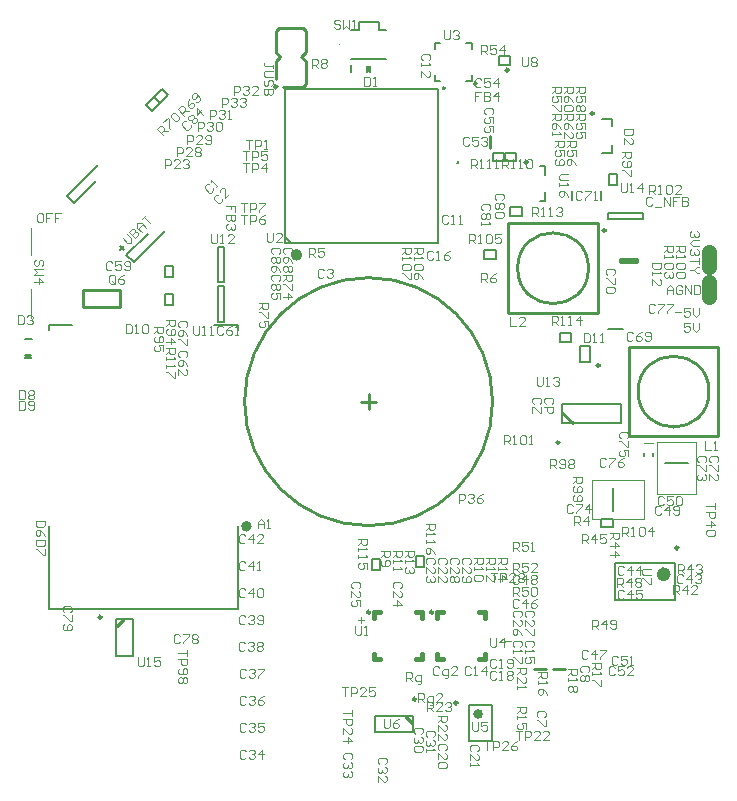
<source format=gto>
G04 Layer_Color=15132400*
%FSAX24Y24*%
%MOIN*%
G70*
G01*
G75*
%ADD89C,0.0060*%
%ADD90C,0.0100*%
%ADD135C,0.0098*%
%ADD136C,0.0157*%
%ADD137C,0.0236*%
%ADD138C,0.0197*%
%ADD139C,0.0039*%
%ADD140C,0.0500*%
%ADD141C,0.0079*%
%ADD142C,0.0050*%
%ADD143C,0.0040*%
%ADD144C,0.0020*%
%ADD145C,0.0059*%
D89*
X021296Y034652D02*
X021367Y034723D01*
X021225Y034723D02*
X021296Y034652D01*
X021225Y034582D02*
X021296Y034652D01*
X021367Y034582D01*
D90*
X036858Y033975D02*
G03*
X036858Y033975I-001181J000000D01*
G01*
X040875Y029863D02*
G03*
X040875Y029863I-001181J000000D01*
G01*
X032072Y039978D02*
G03*
X032072Y039978I-000032J000000D01*
G01*
X026478Y040028D02*
G03*
X026478Y040028I-000050J000000D01*
G01*
X033661Y029528D02*
G03*
X033661Y029528I-004134J000000D01*
G01*
X035037Y020612D02*
X035437D01*
X035687D02*
X036087D01*
X033565Y037996D02*
Y038396D01*
X021238Y032696D02*
Y033259D01*
X020017Y032696D02*
Y033259D01*
Y032696D02*
X021238D01*
X020017Y033259D02*
X021238D01*
X037173Y032479D02*
Y035471D01*
X034181Y032479D02*
X037173D01*
X034181D02*
Y035471D01*
X037173D01*
X037924Y034291D02*
X038474D01*
X037924Y034191D02*
Y034291D01*
Y034191D02*
X038474D01*
Y034291D01*
X021137Y022062D02*
X021387Y022285D01*
X030737Y019042D02*
X030987Y018812D01*
X035960Y029162D02*
X036337Y028813D01*
X038198Y031359D02*
X041190D01*
Y028367D02*
Y031359D01*
X038198Y028367D02*
X041190D01*
X038198D02*
Y031359D01*
X026428Y041878D02*
X026528Y041978D01*
X026428Y041878D02*
X026428Y041178D01*
X026578Y041028D01*
X026428Y040878D02*
X026578Y041028D01*
X026428Y040278D02*
Y040878D01*
X027328Y041978D02*
X027428Y041878D01*
X026528Y041978D02*
X027328D01*
X026678Y040028D02*
X027328D01*
X027428Y040128D01*
Y040878D01*
X027278Y041028D02*
X027428Y040878D01*
X027278Y041028D02*
X027428Y041178D01*
Y041878D01*
X029528Y029278D02*
Y029778D01*
X029278Y029528D02*
X029778D01*
D135*
X031110Y019613D02*
G03*
X031110Y019613I-000049J000000D01*
G01*
X032491Y019491D02*
G03*
X032491Y019491I-000049J000000D01*
G01*
X039852Y024657D02*
G03*
X039852Y024657I-000049J000000D01*
G01*
X031674Y022509D02*
G03*
X031674Y022509I-000049J000000D01*
G01*
X029574D02*
G03*
X029574Y022509I-000049J000000D01*
G01*
X037030Y039135D02*
G03*
X037030Y039135I-000049J000000D01*
G01*
X034827Y037510D02*
G03*
X034827Y037510I-000049J000000D01*
G01*
X034192Y040584D02*
G03*
X034192Y040584I-000049J000000D01*
G01*
X037433Y035232D02*
G03*
X037433Y035232I-000049J000000D01*
G01*
X035889Y028163D02*
G03*
X035889Y028163I-000049J000000D01*
G01*
X037232Y030733D02*
G03*
X037232Y030733I-000049J000000D01*
G01*
X032510Y037496D02*
G03*
X032510Y037496I-000020J000000D01*
G01*
X033125Y040129D02*
G03*
X033125Y040129I-000039J000000D01*
G01*
X020622Y022344D02*
G03*
X020622Y022344I-000049J000000D01*
G01*
D136*
X033259Y019117D02*
G03*
X033259Y019117I-000079J000000D01*
G01*
X031821Y022509D02*
X032018D01*
X033396Y022313D02*
Y022509D01*
X033199Y020935D02*
X033396D01*
X031821D02*
Y021131D01*
X033396Y020935D02*
Y021131D01*
X031821Y020935D02*
X032018D01*
X031821Y022313D02*
Y022509D01*
X033199D02*
X033396D01*
X029721D02*
X029918D01*
X031296Y022313D02*
Y022509D01*
X031099Y020935D02*
X031296D01*
X029721D02*
Y021131D01*
X031296Y020935D02*
Y021131D01*
X029721Y020935D02*
X029918D01*
X029721Y022313D02*
Y022509D01*
X031099D02*
X031296D01*
D137*
X039478Y023771D02*
G03*
X039478Y023771I-000118J000000D01*
G01*
D138*
X027220Y034422D02*
G03*
X027220Y034422I-000098J000000D01*
G01*
X025533Y025375D02*
G03*
X025533Y025375I-000079J000000D01*
G01*
D139*
X028563Y041428D02*
G03*
X028563Y041428I-000020J000000D01*
G01*
X038694Y028163D02*
X038994D01*
X038702Y025625D02*
Y026900D01*
X036986Y025625D02*
Y026900D01*
X039156Y026454D02*
X040432D01*
X039156Y028171D02*
X040432D01*
D140*
X040887Y033012D02*
Y033112D01*
Y033512D01*
Y034012D02*
Y034512D01*
D141*
X029742Y018511D02*
Y019042D01*
X031002Y018511D02*
Y019042D01*
X029742Y018511D02*
X031002D01*
X029742Y019042D02*
X031002D01*
X032865Y018212D02*
Y019432D01*
X033652Y018212D02*
Y019432D01*
X032865D02*
X033652D01*
X032865Y018212D02*
X033652D01*
X037746Y024165D02*
X039754D01*
X037746Y022905D02*
X039754D01*
Y024165D01*
X037746Y022905D02*
Y024165D01*
X038696Y027704D02*
Y027822D01*
X038992Y027704D02*
Y027822D01*
X037309Y038962D02*
X037630D01*
Y038702D02*
Y038962D01*
X037309Y037812D02*
X037630D01*
Y038072D01*
X035250Y037392D02*
X035407D01*
Y037077D02*
Y037392D01*
X035250Y036211D02*
X035407D01*
Y036526D01*
X037285Y036266D02*
Y036542D01*
X036300Y036266D02*
Y036542D01*
X026728Y035012D02*
X026925Y034815D01*
X026728D02*
Y039933D01*
X031846D01*
Y034815D02*
Y039933D01*
X026728Y034815D02*
X031846D01*
X024502Y034685D02*
X024698D01*
X024502Y033504D02*
X024698D01*
X024502D02*
Y034685D01*
X024698Y033504D02*
Y034685D01*
X024502Y033368D02*
X024698D01*
X024502Y032187D02*
X024698D01*
X024502D02*
Y033368D01*
X024698Y032187D02*
Y033368D01*
X037502Y035803D02*
X038683D01*
X037502Y035606D02*
X038683D01*
Y035803D01*
X037502Y035606D02*
Y035803D01*
X035960Y028813D02*
X037928D01*
X035960Y029443D02*
X037928D01*
X035960Y028813D02*
Y029443D01*
X037928Y028813D02*
Y029443D01*
X036587Y030847D02*
Y031378D01*
X036902Y030847D02*
Y031378D01*
X036587D02*
X036902D01*
X036587Y030847D02*
X036902D01*
X028937Y040509D02*
Y040746D01*
X029862Y041920D02*
X030118D01*
X029862D02*
Y042195D01*
X028937Y041920D02*
X029193D01*
Y042195D01*
X028937Y040935D02*
X030118D01*
X029193Y042195D02*
X029862D01*
X018059Y031618D02*
X018296D01*
X021695Y034167D02*
X022728Y035201D01*
X019467Y036395D02*
X020501Y037428D01*
X019467Y036395D02*
X019704Y036158D01*
X020428Y036882D01*
X021458Y034404D02*
X022182Y035128D01*
X021458Y034404D02*
X021695Y034167D01*
X022009Y022619D02*
X025159Y022619D01*
X024371Y032068D02*
X025159Y032068D01*
X025159Y031910D02*
X025159Y032068D01*
Y022619D02*
Y025375D01*
X018859D02*
X018859Y025375D01*
X018859Y022619D02*
Y025375D01*
Y022619D02*
X022009Y022619D01*
X018859Y031910D02*
Y032068D01*
X019647D01*
X021124Y021065D02*
Y022285D01*
X021676Y021065D02*
Y022285D01*
X021124D02*
X021676D01*
X021124Y021065D02*
X021676D01*
D142*
X037667Y025869D02*
Y026656D01*
X029627Y023913D02*
X029906D01*
X029627Y024292D02*
X029906D01*
Y023913D02*
Y024292D01*
X029627Y023913D02*
Y024292D01*
X031097Y024013D02*
X031376D01*
X031097Y024392D02*
X031376D01*
Y024013D02*
Y024392D01*
X031097Y024013D02*
Y024392D01*
X037666Y025338D02*
Y025617D01*
X037288Y025338D02*
Y025617D01*
X037666D01*
X037288Y025338D02*
X037666D01*
X034253Y040756D02*
Y041035D01*
X033875Y040756D02*
Y041035D01*
X034253D01*
X033875Y040756D02*
X034253D01*
X022738Y034056D02*
X023018D01*
X022738Y033678D02*
X023018D01*
X022738D02*
Y034056D01*
X023018Y033678D02*
Y034056D01*
X022738Y032739D02*
X023017D01*
X022738Y033118D02*
X023017D01*
Y032739D02*
Y033118D01*
X022738Y032739D02*
Y033118D01*
X022367Y039684D02*
X022565Y039487D01*
X022100Y039417D02*
X022297Y039219D01*
X022100Y039417D02*
X022367Y039684D01*
X022297Y039219D02*
X022565Y039487D01*
X022370Y039688D02*
X022567Y039490D01*
X022637Y039955D02*
X022835Y039758D01*
X022567Y039490D02*
X022835Y039758D01*
X022370Y039688D02*
X022637Y039955D01*
X034069Y037538D02*
Y037818D01*
X034448Y037538D02*
Y037818D01*
X034069Y037538D02*
X034448D01*
X034069Y037818D02*
X034448D01*
X034056Y037538D02*
Y037817D01*
X033678Y037538D02*
Y037817D01*
X034056D01*
X033678Y037538D02*
X034056D01*
X034625Y035722D02*
Y036001D01*
X034247Y035722D02*
Y036001D01*
X034625D01*
X034247Y035722D02*
X034625D01*
X037534Y036749D02*
X037814D01*
X037534Y037127D02*
X037814D01*
Y036749D02*
Y037127D01*
X037534Y036749D02*
Y037127D01*
X039400Y027490D02*
X040188D01*
X037494Y031963D02*
X037994D01*
X033389Y034288D02*
Y034568D01*
X033768Y034288D02*
Y034568D01*
X033389Y034288D02*
X033768D01*
X033389Y034568D02*
X033768D01*
X029578Y040628D02*
Y040728D01*
X029478Y040628D02*
X029578Y040728D01*
X029478Y040628D02*
X029578Y040528D01*
Y040628D01*
X029478Y040528D02*
Y040728D01*
X018178Y030978D02*
X018278D01*
X018178Y031078D02*
X018278Y030978D01*
X018078D02*
X018178Y031078D01*
X018078Y030978D02*
X018178D01*
X018078Y031078D02*
X018278D01*
X036275Y031522D02*
Y031801D01*
X035897Y031522D02*
Y031801D01*
X036275D01*
X035897Y031522D02*
X036275D01*
D143*
X036986Y026900D02*
X038702D01*
X036986Y025625D02*
X038702D01*
X040432Y026454D02*
Y028171D01*
X039156Y026454D02*
Y028171D01*
D144*
X018278Y034428D02*
Y035328D01*
Y032328D02*
Y033278D01*
X025448Y038265D02*
X025648D01*
X025548D01*
Y037965D01*
X025748D02*
Y038265D01*
X025898D01*
X025948Y038215D01*
Y038115D01*
X025898Y038065D01*
X025748D01*
X026048Y037965D02*
X026148D01*
X026098D01*
Y038265D01*
X026048Y038215D01*
X041087Y026162D02*
Y025962D01*
Y026062D01*
X040787D01*
Y025862D02*
X041087D01*
Y025712D01*
X041037Y025662D01*
X040937D01*
X040887Y025712D01*
Y025862D01*
X040787Y025412D02*
X041087D01*
X040937Y025562D01*
Y025362D01*
X041037Y025262D02*
X041087Y025212D01*
Y025112D01*
X041037Y025062D01*
X040837D01*
X040787Y025112D01*
Y025212D01*
X040837Y025262D01*
X041037D01*
X033617Y023812D02*
X033817D01*
X033717D01*
Y023512D01*
X033917D02*
Y023812D01*
X034067D01*
X034117Y023762D01*
Y023662D01*
X034067Y023612D01*
X033917D01*
X034417Y023512D02*
X034217D01*
X034417Y023712D01*
Y023762D01*
X034367Y023812D01*
X034267D01*
X034217Y023762D01*
X034517D02*
X034567Y023812D01*
X034667D01*
X034717Y023762D01*
Y023712D01*
X034667Y023662D01*
X034717Y023612D01*
Y023562D01*
X034667Y023512D01*
X034567D01*
X034517Y023562D01*
Y023612D01*
X034567Y023662D01*
X034517Y023712D01*
Y023762D01*
X034567Y023662D02*
X034667D01*
X033387Y018212D02*
X033587D01*
X033487D01*
Y017912D01*
X033687D02*
Y018212D01*
X033837D01*
X033887Y018162D01*
Y018062D01*
X033837Y018012D01*
X033687D01*
X034187Y017912D02*
X033987D01*
X034187Y018112D01*
Y018162D01*
X034137Y018212D01*
X034037D01*
X033987Y018162D01*
X034487Y018212D02*
X034387Y018162D01*
X034287Y018062D01*
Y017962D01*
X034337Y017912D01*
X034437D01*
X034487Y017962D01*
Y018012D01*
X034437Y018062D01*
X034287D01*
X028637Y020012D02*
X028837D01*
X028737D01*
Y019712D01*
X028937D02*
Y020012D01*
X029087D01*
X029137Y019962D01*
Y019862D01*
X029087Y019812D01*
X028937D01*
X029437Y019712D02*
X029237D01*
X029437Y019912D01*
Y019962D01*
X029387Y020012D01*
X029287D01*
X029237Y019962D01*
X029737Y020012D02*
X029537D01*
Y019862D01*
X029637Y019912D01*
X029687D01*
X029737Y019862D01*
Y019762D01*
X029687Y019712D01*
X029587D01*
X029537Y019762D01*
X028987Y019262D02*
Y019062D01*
Y019162D01*
X028687D01*
Y018962D02*
X028987D01*
Y018812D01*
X028937Y018762D01*
X028837D01*
X028787Y018812D01*
Y018962D01*
X028687Y018462D02*
Y018662D01*
X028887Y018462D01*
X028937D01*
X028987Y018512D01*
Y018612D01*
X028937Y018662D01*
X028687Y018212D02*
X028987D01*
X028837Y018362D01*
Y018162D01*
X034437Y018562D02*
X034637D01*
X034537D01*
Y018262D01*
X034737D02*
Y018562D01*
X034887D01*
X034937Y018512D01*
Y018412D01*
X034887Y018362D01*
X034737D01*
X035237Y018262D02*
X035037D01*
X035237Y018462D01*
Y018512D01*
X035187Y018562D01*
X035087D01*
X035037Y018512D01*
X035537Y018262D02*
X035337D01*
X035537Y018462D01*
Y018512D01*
X035487Y018562D01*
X035387D01*
X035337Y018512D01*
X025287Y036162D02*
X025487D01*
X025387D01*
Y035862D01*
X025587D02*
Y036162D01*
X025737D01*
X025787Y036112D01*
Y036012D01*
X025737Y035962D01*
X025587D01*
X025887Y036162D02*
X026087D01*
Y036112D01*
X025887Y035912D01*
Y035862D01*
X025287Y035762D02*
X025487D01*
X025387D01*
Y035462D01*
X025587D02*
Y035762D01*
X025737D01*
X025787Y035712D01*
Y035612D01*
X025737Y035562D01*
X025587D01*
X026087Y035762D02*
X025987Y035712D01*
X025887Y035612D01*
Y035512D01*
X025937Y035462D01*
X026037D01*
X026087Y035512D01*
Y035562D01*
X026037Y035612D01*
X025887D01*
X025350Y037871D02*
X025550D01*
X025450D01*
Y037571D01*
X025650D02*
Y037871D01*
X025800D01*
X025850Y037821D01*
Y037721D01*
X025800Y037671D01*
X025650D01*
X026150Y037871D02*
X025950D01*
Y037721D01*
X026050Y037771D01*
X026100D01*
X026150Y037721D01*
Y037621D01*
X026100Y037571D01*
X026000D01*
X025950Y037621D01*
X025350Y037477D02*
X025550D01*
X025450D01*
Y037178D01*
X025650D02*
Y037477D01*
X025800D01*
X025850Y037427D01*
Y037328D01*
X025800Y037278D01*
X025650D01*
X026100Y037178D02*
Y037477D01*
X025950Y037328D01*
X026150D01*
X033287Y033512D02*
Y033812D01*
X033437D01*
X033487Y033762D01*
Y033662D01*
X033437Y033612D01*
X033287D01*
X033387D02*
X033487Y033512D01*
X033787Y033812D02*
X033687Y033762D01*
X033587Y033662D01*
Y033562D01*
X033637Y033512D01*
X033737D01*
X033787Y033562D01*
Y033612D01*
X033737Y033662D01*
X033587D01*
X036387Y025412D02*
Y025712D01*
X036537D01*
X036587Y025662D01*
Y025562D01*
X036537Y025512D01*
X036387D01*
X036487D02*
X036587Y025412D01*
X036837D02*
Y025712D01*
X036687Y025562D01*
X036887D01*
X026337Y040662D02*
Y040762D01*
Y040712D01*
X026087D01*
X026037Y040762D01*
Y040812D01*
X026087Y040862D01*
X026337Y040562D02*
X026087D01*
X026037Y040512D01*
Y040412D01*
X026087Y040362D01*
X026337D01*
X026287Y040062D02*
X026337Y040112D01*
Y040212D01*
X026287Y040262D01*
X026237D01*
X026187Y040212D01*
Y040112D01*
X026137Y040062D01*
X026087D01*
X026037Y040112D01*
Y040212D01*
X026087Y040262D01*
X026337Y039962D02*
X026037D01*
Y039812D01*
X026087Y039762D01*
X026137D01*
X026187Y039812D01*
Y039962D01*
Y039812D01*
X026237Y039762D01*
X026287D01*
X026337Y039812D01*
Y039962D01*
X024630Y039360D02*
Y039660D01*
X024780D01*
X024830Y039610D01*
Y039510D01*
X024780Y039460D01*
X024630D01*
X024930Y039610D02*
X024980Y039660D01*
X025080D01*
X025130Y039610D01*
Y039560D01*
X025080Y039510D01*
X025030D01*
X025080D01*
X025130Y039460D01*
Y039410D01*
X025080Y039360D01*
X024980D01*
X024930Y039410D01*
X025230Y039610D02*
X025280Y039660D01*
X025380D01*
X025430Y039610D01*
Y039560D01*
X025380Y039510D01*
X025330D01*
X025380D01*
X025430Y039460D01*
Y039410D01*
X025380Y039360D01*
X025280D01*
X025230Y039410D01*
X025030Y039760D02*
Y040060D01*
X025180D01*
X025230Y040010D01*
Y039910D01*
X025180Y039860D01*
X025030D01*
X025330Y040010D02*
X025380Y040060D01*
X025480D01*
X025530Y040010D01*
Y039960D01*
X025480Y039910D01*
X025430D01*
X025480D01*
X025530Y039860D01*
Y039810D01*
X025480Y039760D01*
X025380D01*
X025330Y039810D01*
X025830Y039760D02*
X025630D01*
X025830Y039960D01*
Y040010D01*
X025780Y040060D01*
X025680D01*
X025630Y040010D01*
X024230Y038960D02*
Y039260D01*
X024380D01*
X024430Y039210D01*
Y039110D01*
X024380Y039060D01*
X024230D01*
X024530Y039210D02*
X024580Y039260D01*
X024680D01*
X024730Y039210D01*
Y039160D01*
X024680Y039110D01*
X024630D01*
X024680D01*
X024730Y039060D01*
Y039010D01*
X024680Y038960D01*
X024580D01*
X024530Y039010D01*
X024830Y038960D02*
X024930D01*
X024880D01*
Y039260D01*
X024830Y039210D01*
X023830Y038560D02*
Y038860D01*
X023980D01*
X024030Y038810D01*
Y038710D01*
X023980Y038660D01*
X023830D01*
X024130Y038810D02*
X024180Y038860D01*
X024280D01*
X024330Y038810D01*
Y038760D01*
X024280Y038710D01*
X024230D01*
X024280D01*
X024330Y038660D01*
Y038610D01*
X024280Y038560D01*
X024180D01*
X024130Y038610D01*
X024430Y038810D02*
X024480Y038860D01*
X024580D01*
X024630Y038810D01*
Y038610D01*
X024580Y038560D01*
X024480D01*
X024430Y038610D01*
Y038810D01*
X023480Y038110D02*
Y038410D01*
X023630D01*
X023680Y038360D01*
Y038260D01*
X023630Y038210D01*
X023480D01*
X023980Y038110D02*
X023780D01*
X023980Y038310D01*
Y038360D01*
X023930Y038410D01*
X023830D01*
X023780Y038360D01*
X024080Y038160D02*
X024130Y038110D01*
X024230D01*
X024280Y038160D01*
Y038360D01*
X024230Y038410D01*
X024130D01*
X024080Y038360D01*
Y038310D01*
X024130Y038260D01*
X024280D01*
X023137Y037712D02*
Y038012D01*
X023287D01*
X023337Y037962D01*
Y037862D01*
X023287Y037812D01*
X023137D01*
X023637Y037712D02*
X023437D01*
X023637Y037912D01*
Y037962D01*
X023587Y038012D01*
X023487D01*
X023437Y037962D01*
X023737D02*
X023787Y038012D01*
X023887D01*
X023937Y037962D01*
Y037912D01*
X023887Y037862D01*
X023937Y037812D01*
Y037762D01*
X023887Y037712D01*
X023787D01*
X023737Y037762D01*
Y037812D01*
X023787Y037862D01*
X023737Y037912D01*
Y037962D01*
X023787Y037862D02*
X023887D01*
X026537Y034462D02*
X026587Y034512D01*
Y034612D01*
X026537Y034662D01*
X026337D01*
X026287Y034612D01*
Y034512D01*
X026337Y034462D01*
X026537Y034362D02*
X026587Y034312D01*
Y034212D01*
X026537Y034162D01*
X026487D01*
X026437Y034212D01*
X026387Y034162D01*
X026337D01*
X026287Y034212D01*
Y034312D01*
X026337Y034362D01*
X026387D01*
X026437Y034312D01*
X026487Y034362D01*
X026537D01*
X026437Y034312D02*
Y034212D01*
X026587Y033862D02*
X026537Y033962D01*
X026437Y034062D01*
X026337D01*
X026287Y034012D01*
Y033912D01*
X026337Y033862D01*
X026387D01*
X026437Y033912D01*
Y034062D01*
X026537Y033562D02*
X026587Y033612D01*
Y033712D01*
X026537Y033762D01*
X026337D01*
X026287Y033712D01*
Y033612D01*
X026337Y033562D01*
X026537Y033462D02*
X026587Y033412D01*
Y033312D01*
X026537Y033262D01*
X026487D01*
X026437Y033312D01*
X026387Y033262D01*
X026337D01*
X026287Y033312D01*
Y033412D01*
X026337Y033462D01*
X026387D01*
X026437Y033412D01*
X026487Y033462D01*
X026537D01*
X026437Y033412D02*
Y033312D01*
X026587Y032962D02*
Y033162D01*
X026437D01*
X026487Y033062D01*
Y033012D01*
X026437Y032962D01*
X026337D01*
X026287Y033012D01*
Y033112D01*
X026337Y033162D01*
X023452Y038880D02*
X023381Y038880D01*
X023310Y038809D01*
Y038739D01*
X023452Y038597D01*
X023522D01*
X023593Y038668D01*
X023593Y038739D01*
X023522Y038951D02*
Y039021D01*
X023593Y039092D01*
X023664Y039092D01*
X023699Y039057D01*
Y038986D01*
X023770Y038986D01*
X023805Y038951D01*
X023805Y038880D01*
X023734Y038809D01*
X023664D01*
X023628Y038845D01*
Y038915D01*
X023558Y038915D01*
X023522Y038951D01*
X023628Y038915D02*
X023699Y038986D01*
X024017Y039092D02*
X023805Y039304D01*
X023805Y039092D01*
X023946Y039233D01*
X022787Y031312D02*
X023087D01*
Y031162D01*
X023037Y031112D01*
X022937D01*
X022887Y031162D01*
Y031312D01*
Y031212D02*
X022787Y031112D01*
Y031012D02*
Y030912D01*
Y030962D01*
X023087D01*
X023037Y031012D01*
X022787Y030762D02*
Y030662D01*
Y030712D01*
X023087D01*
X023037Y030762D01*
X023087Y030512D02*
Y030312D01*
X023037D01*
X022837Y030512D01*
X022787D01*
X031437Y025462D02*
X031737D01*
Y025312D01*
X031687Y025262D01*
X031587D01*
X031537Y025312D01*
Y025462D01*
Y025362D02*
X031437Y025262D01*
Y025162D02*
Y025062D01*
Y025112D01*
X031737D01*
X031687Y025162D01*
X031437Y024912D02*
Y024812D01*
Y024862D01*
X031737D01*
X031687Y024912D01*
X031737Y024462D02*
X031687Y024562D01*
X031587Y024662D01*
X031487D01*
X031437Y024612D01*
Y024512D01*
X031487Y024462D01*
X031537D01*
X031587Y024512D01*
Y024662D01*
X029187Y024962D02*
X029487D01*
Y024812D01*
X029437Y024762D01*
X029337D01*
X029287Y024812D01*
Y024962D01*
Y024862D02*
X029187Y024762D01*
Y024662D02*
Y024562D01*
Y024612D01*
X029487D01*
X029437Y024662D01*
X029187Y024412D02*
Y024312D01*
Y024362D01*
X029487D01*
X029437Y024412D01*
X029487Y023962D02*
Y024162D01*
X029337D01*
X029387Y024062D01*
Y024012D01*
X029337Y023962D01*
X029237D01*
X029187Y024012D01*
Y024112D01*
X029237Y024162D01*
X035633Y032099D02*
Y032399D01*
X035783D01*
X035833Y032349D01*
Y032249D01*
X035783Y032199D01*
X035633D01*
X035733D02*
X035833Y032099D01*
X035933D02*
X036033D01*
X035983D01*
Y032399D01*
X035933Y032349D01*
X036183Y032099D02*
X036283D01*
X036233D01*
Y032399D01*
X036183Y032349D01*
X036583Y032099D02*
Y032399D01*
X036433Y032249D01*
X036633D01*
X036187Y037112D02*
X035937D01*
X035887Y037062D01*
Y036962D01*
X035937Y036912D01*
X036187D01*
X035887Y036812D02*
Y036712D01*
Y036762D01*
X036187D01*
X036137Y036812D01*
X036187Y036362D02*
X036137Y036462D01*
X036037Y036562D01*
X035937D01*
X035887Y036512D01*
Y036412D01*
X035937Y036362D01*
X035987D01*
X036037Y036412D01*
Y036562D01*
X021837Y021012D02*
Y020762D01*
X021887Y020712D01*
X021987D01*
X022037Y020762D01*
Y021012D01*
X022137Y020712D02*
X022237D01*
X022187D01*
Y021012D01*
X022137Y020962D01*
X022587Y021012D02*
X022387D01*
Y020862D01*
X022487Y020912D01*
X022537D01*
X022587Y020862D01*
Y020762D01*
X022537Y020712D01*
X022437D01*
X022387Y020762D01*
X037937Y036812D02*
Y036562D01*
X037987Y036512D01*
X038087D01*
X038137Y036562D01*
Y036812D01*
X038237Y036512D02*
X038337D01*
X038287D01*
Y036812D01*
X038237Y036762D01*
X038637Y036512D02*
Y036812D01*
X038487Y036662D01*
X038687D01*
X035137Y030362D02*
Y030112D01*
X035187Y030062D01*
X035287D01*
X035337Y030112D01*
Y030362D01*
X035437Y030062D02*
X035537D01*
X035487D01*
Y030362D01*
X035437Y030312D01*
X035687D02*
X035737Y030362D01*
X035837D01*
X035887Y030312D01*
Y030262D01*
X035837Y030212D01*
X035787D01*
X035837D01*
X035887Y030162D01*
Y030112D01*
X035837Y030062D01*
X035737D01*
X035687Y030112D01*
X024287Y035112D02*
Y034862D01*
X024337Y034812D01*
X024437D01*
X024487Y034862D01*
Y035112D01*
X024587Y034812D02*
X024687D01*
X024637D01*
Y035112D01*
X024587Y035062D01*
X025037Y034812D02*
X024837D01*
X025037Y035012D01*
Y035062D01*
X024987Y035112D01*
X024887D01*
X024837Y035062D01*
X023687Y032062D02*
Y031812D01*
X023737Y031762D01*
X023837D01*
X023887Y031812D01*
Y032062D01*
X023987Y031762D02*
X024087D01*
X024037D01*
Y032062D01*
X023987Y032012D01*
X024237Y031762D02*
X024337D01*
X024287D01*
Y032062D01*
X024237Y032012D01*
X034637Y041012D02*
Y040762D01*
X034687Y040712D01*
X034787D01*
X034837Y040762D01*
Y041012D01*
X034937Y040962D02*
X034987Y041012D01*
X035087D01*
X035137Y040962D01*
Y040912D01*
X035087Y040862D01*
X035137Y040812D01*
Y040762D01*
X035087Y040712D01*
X034987D01*
X034937Y040762D01*
Y040812D01*
X034987Y040862D01*
X034937Y040912D01*
Y040962D01*
X034987Y040862D02*
X035087D01*
X038937Y023962D02*
X038687D01*
X038637Y023912D01*
Y023812D01*
X038687Y023762D01*
X038937D01*
Y023662D02*
Y023462D01*
X038887D01*
X038687Y023662D01*
X038637D01*
X030037Y018962D02*
Y018712D01*
X030087Y018662D01*
X030187D01*
X030237Y018712D01*
Y018962D01*
X030537D02*
X030437Y018912D01*
X030337Y018812D01*
Y018712D01*
X030387Y018662D01*
X030487D01*
X030537Y018712D01*
Y018762D01*
X030487Y018812D01*
X030337D01*
X032987Y018862D02*
Y018612D01*
X033037Y018562D01*
X033137D01*
X033187Y018612D01*
Y018862D01*
X033487D02*
X033287D01*
Y018712D01*
X033387Y018762D01*
X033437D01*
X033487Y018712D01*
Y018612D01*
X033437Y018562D01*
X033337D01*
X033287Y018612D01*
X033587Y021662D02*
Y021412D01*
X033637Y021362D01*
X033737D01*
X033787Y021412D01*
Y021662D01*
X034037Y021362D02*
Y021662D01*
X033887Y021512D01*
X034087D01*
X032037Y041912D02*
Y041662D01*
X032087Y041612D01*
X032187D01*
X032237Y041662D01*
Y041912D01*
X032337Y041862D02*
X032387Y041912D01*
X032487D01*
X032537Y041862D01*
Y041812D01*
X032487Y041762D01*
X032437D01*
X032487D01*
X032537Y041712D01*
Y041662D01*
X032487Y041612D01*
X032387D01*
X032337Y041662D01*
X026137Y035162D02*
Y034912D01*
X026187Y034862D01*
X026287D01*
X026337Y034912D01*
Y035162D01*
X026637Y034862D02*
X026437D01*
X026637Y035062D01*
Y035112D01*
X026587Y035162D01*
X026487D01*
X026437Y035112D01*
X029087Y022062D02*
Y021812D01*
X029137Y021762D01*
X029237D01*
X029287Y021812D01*
Y022062D01*
X029387Y021762D02*
X029487D01*
X029437D01*
Y022062D01*
X029387Y022012D01*
X023485Y021233D02*
Y021033D01*
Y021133D01*
X023185D01*
Y020933D02*
X023485D01*
Y020783D01*
X023435Y020733D01*
X023335D01*
X023285Y020783D01*
Y020933D01*
X023235Y020633D02*
X023185Y020583D01*
Y020483D01*
X023235Y020433D01*
X023435D01*
X023485Y020483D01*
Y020583D01*
X023435Y020633D01*
X023385D01*
X023335Y020583D01*
Y020433D01*
X023435Y020333D02*
X023485Y020283D01*
Y020183D01*
X023435Y020133D01*
X023385D01*
X023335Y020183D01*
X023285Y020133D01*
X023235D01*
X023185Y020183D01*
Y020283D01*
X023235Y020333D01*
X023285D01*
X023335Y020283D01*
X023385Y020333D01*
X023435D01*
X023335Y020283D02*
Y020183D01*
X018637Y034062D02*
X018687Y034112D01*
Y034212D01*
X018637Y034262D01*
X018587D01*
X018537Y034212D01*
Y034112D01*
X018487Y034062D01*
X018437D01*
X018387Y034112D01*
Y034212D01*
X018437Y034262D01*
X018687Y033962D02*
X018387D01*
X018487Y033862D01*
X018387Y033762D01*
X018687D01*
X018387Y033512D02*
X018687D01*
X018537Y033662D01*
Y033462D01*
X028587Y042212D02*
X028537Y042262D01*
X028437D01*
X028387Y042212D01*
Y042162D01*
X028437Y042112D01*
X028537D01*
X028587Y042062D01*
Y042012D01*
X028537Y041962D01*
X028437D01*
X028387Y042012D01*
X028687Y042262D02*
Y041962D01*
X028787Y042062D01*
X028887Y041962D01*
Y042262D01*
X028987Y041962D02*
X029087D01*
X029037D01*
Y042262D01*
X028987Y042212D01*
X030787Y020212D02*
Y020512D01*
X030937D01*
X030987Y020462D01*
Y020362D01*
X030937Y020312D01*
X030787D01*
X030887D02*
X030987Y020212D01*
X031187Y020112D02*
X031237D01*
X031287Y020162D01*
Y020412D01*
X031137D01*
X031087Y020362D01*
Y020262D01*
X031137Y020212D01*
X031287D01*
X031187Y019512D02*
Y019812D01*
X031337D01*
X031387Y019762D01*
Y019662D01*
X031337Y019612D01*
X031187D01*
X031287D02*
X031387Y019512D01*
X031587Y019412D02*
X031637D01*
X031687Y019462D01*
Y019712D01*
X031537D01*
X031487Y019662D01*
Y019562D01*
X031537Y019512D01*
X031687D01*
X031987D02*
X031787D01*
X031987Y019712D01*
Y019762D01*
X031937Y019812D01*
X031837D01*
X031787Y019762D01*
X034987Y035712D02*
Y036012D01*
X035137D01*
X035187Y035962D01*
Y035862D01*
X035137Y035812D01*
X034987D01*
X035087D02*
X035187Y035712D01*
X035287D02*
X035387D01*
X035337D01*
Y036012D01*
X035287Y035962D01*
X035537Y035712D02*
X035637D01*
X035587D01*
Y036012D01*
X035537Y035962D01*
X035787D02*
X035837Y036012D01*
X035937D01*
X035987Y035962D01*
Y035912D01*
X035937Y035862D01*
X035887D01*
X035937D01*
X035987Y035812D01*
Y035762D01*
X035937Y035712D01*
X035837D01*
X035787Y035762D01*
X032937Y037312D02*
Y037612D01*
X033087D01*
X033137Y037562D01*
Y037462D01*
X033087Y037412D01*
X032937D01*
X033037D02*
X033137Y037312D01*
X033237D02*
X033337D01*
X033287D01*
Y037612D01*
X033237Y037562D01*
X033487Y037312D02*
X033587D01*
X033537D01*
Y037612D01*
X033487Y037562D01*
X033737Y037312D02*
X033837D01*
X033787D01*
Y037612D01*
X033737Y037562D01*
X033987Y037312D02*
Y037612D01*
X034137D01*
X034187Y037562D01*
Y037462D01*
X034137Y037412D01*
X033987D01*
X034087D02*
X034187Y037312D01*
X034287D02*
X034387D01*
X034337D01*
Y037612D01*
X034287Y037562D01*
X034537Y037312D02*
X034637D01*
X034587D01*
Y037612D01*
X034537Y037562D01*
X034787D02*
X034837Y037612D01*
X034937D01*
X034987Y037562D01*
Y037362D01*
X034937Y037312D01*
X034837D01*
X034787Y037362D01*
Y037562D01*
X030637Y034662D02*
X030937D01*
Y034512D01*
X030887Y034462D01*
X030787D01*
X030737Y034512D01*
Y034662D01*
Y034562D02*
X030637Y034462D01*
Y034362D02*
Y034262D01*
Y034312D01*
X030937D01*
X030887Y034362D01*
Y034112D02*
X030937Y034062D01*
Y033962D01*
X030887Y033912D01*
X030687D01*
X030637Y033962D01*
Y034062D01*
X030687Y034112D01*
X030887D01*
X030937Y033812D02*
Y033612D01*
X030887D01*
X030687Y033812D01*
X030637D01*
X031037Y034662D02*
X031337D01*
Y034512D01*
X031287Y034462D01*
X031187D01*
X031137Y034512D01*
Y034662D01*
Y034562D02*
X031037Y034462D01*
Y034362D02*
Y034262D01*
Y034312D01*
X031337D01*
X031287Y034362D01*
Y034112D02*
X031337Y034062D01*
Y033962D01*
X031287Y033912D01*
X031087D01*
X031037Y033962D01*
Y034062D01*
X031087Y034112D01*
X031287D01*
X031337Y033612D02*
X031287Y033712D01*
X031187Y033812D01*
X031087D01*
X031037Y033762D01*
Y033662D01*
X031087Y033612D01*
X031137D01*
X031187Y033662D01*
Y033812D01*
X032887Y034812D02*
Y035112D01*
X033037D01*
X033087Y035062D01*
Y034962D01*
X033037Y034912D01*
X032887D01*
X032987D02*
X033087Y034812D01*
X033187D02*
X033287D01*
X033237D01*
Y035112D01*
X033187Y035062D01*
X033437D02*
X033487Y035112D01*
X033587D01*
X033637Y035062D01*
Y034862D01*
X033587Y034812D01*
X033487D01*
X033437Y034862D01*
Y035062D01*
X033937Y035112D02*
X033737D01*
Y034962D01*
X033837Y035012D01*
X033887D01*
X033937Y034962D01*
Y034862D01*
X033887Y034812D01*
X033787D01*
X033737Y034862D01*
X037987Y025062D02*
Y025362D01*
X038137D01*
X038187Y025312D01*
Y025212D01*
X038137Y025162D01*
X037987D01*
X038087D02*
X038187Y025062D01*
X038287D02*
X038387D01*
X038337D01*
Y025362D01*
X038287Y025312D01*
X038537D02*
X038587Y025362D01*
X038687D01*
X038737Y025312D01*
Y025112D01*
X038687Y025062D01*
X038587D01*
X038537Y025112D01*
Y025312D01*
X038987Y025062D02*
Y025362D01*
X038837Y025212D01*
X039037D01*
X039387Y034712D02*
X039687D01*
Y034562D01*
X039637Y034512D01*
X039537D01*
X039487Y034562D01*
Y034712D01*
Y034612D02*
X039387Y034512D01*
Y034412D02*
Y034312D01*
Y034362D01*
X039687D01*
X039637Y034412D01*
Y034162D02*
X039687Y034112D01*
Y034012D01*
X039637Y033962D01*
X039437D01*
X039387Y034012D01*
Y034112D01*
X039437Y034162D01*
X039637D01*
Y033862D02*
X039687Y033812D01*
Y033712D01*
X039637Y033662D01*
X039587D01*
X039537Y033712D01*
Y033762D01*
Y033712D01*
X039487Y033662D01*
X039437D01*
X039387Y033712D01*
Y033812D01*
X039437Y033862D01*
X038887Y036462D02*
Y036762D01*
X039037D01*
X039087Y036712D01*
Y036612D01*
X039037Y036562D01*
X038887D01*
X038987D02*
X039087Y036462D01*
X039187D02*
X039287D01*
X039237D01*
Y036762D01*
X039187Y036712D01*
X039437D02*
X039487Y036762D01*
X039587D01*
X039637Y036712D01*
Y036512D01*
X039587Y036462D01*
X039487D01*
X039437Y036512D01*
Y036712D01*
X039937Y036462D02*
X039737D01*
X039937Y036662D01*
Y036712D01*
X039887Y036762D01*
X039787D01*
X039737Y036712D01*
X034037Y028112D02*
Y028412D01*
X034187D01*
X034237Y028362D01*
Y028262D01*
X034187Y028212D01*
X034037D01*
X034137D02*
X034237Y028112D01*
X034337D02*
X034437D01*
X034387D01*
Y028412D01*
X034337Y028362D01*
X034587D02*
X034637Y028412D01*
X034737D01*
X034787Y028362D01*
Y028162D01*
X034737Y028112D01*
X034637D01*
X034587Y028162D01*
Y028362D01*
X034887Y028112D02*
X034987D01*
X034937D01*
Y028412D01*
X034887Y028362D01*
X039787Y034712D02*
X040087D01*
Y034562D01*
X040037Y034512D01*
X039937D01*
X039887Y034562D01*
Y034712D01*
Y034612D02*
X039787Y034512D01*
Y034412D02*
Y034312D01*
Y034362D01*
X040087D01*
X040037Y034412D01*
Y034162D02*
X040087Y034112D01*
Y034012D01*
X040037Y033962D01*
X039837D01*
X039787Y034012D01*
Y034112D01*
X039837Y034162D01*
X040037D01*
Y033862D02*
X040087Y033812D01*
Y033712D01*
X040037Y033662D01*
X039837D01*
X039787Y033712D01*
Y033812D01*
X039837Y033862D01*
X040037D01*
X036337Y027012D02*
X036637D01*
Y026862D01*
X036587Y026812D01*
X036487D01*
X036437Y026862D01*
Y027012D01*
Y026912D02*
X036337Y026812D01*
X036387Y026712D02*
X036337Y026662D01*
Y026562D01*
X036387Y026512D01*
X036587D01*
X036637Y026562D01*
Y026662D01*
X036587Y026712D01*
X036537D01*
X036487Y026662D01*
Y026512D01*
X036387Y026412D02*
X036337Y026362D01*
Y026262D01*
X036387Y026212D01*
X036587D01*
X036637Y026262D01*
Y026362D01*
X036587Y026412D01*
X036537D01*
X036487Y026362D01*
Y026212D01*
X035587Y027312D02*
Y027612D01*
X035737D01*
X035787Y027562D01*
Y027462D01*
X035737Y027412D01*
X035587D01*
X035687D02*
X035787Y027312D01*
X035887Y027362D02*
X035937Y027312D01*
X036037D01*
X036087Y027362D01*
Y027562D01*
X036037Y027612D01*
X035937D01*
X035887Y027562D01*
Y027512D01*
X035937Y027462D01*
X036087D01*
X036187Y027562D02*
X036237Y027612D01*
X036337D01*
X036387Y027562D01*
Y027512D01*
X036337Y027462D01*
X036387Y027412D01*
Y027362D01*
X036337Y027312D01*
X036237D01*
X036187Y027362D01*
Y027412D01*
X036237Y027462D01*
X036187Y027512D01*
Y027562D01*
X036237Y027462D02*
X036337D01*
X037987Y037862D02*
X038287D01*
Y037712D01*
X038237Y037662D01*
X038137D01*
X038087Y037712D01*
Y037862D01*
Y037762D02*
X037987Y037662D01*
X038037Y037562D02*
X037987Y037512D01*
Y037412D01*
X038037Y037362D01*
X038237D01*
X038287Y037412D01*
Y037512D01*
X038237Y037562D01*
X038187D01*
X038137Y037512D01*
Y037362D01*
X038287Y037262D02*
Y037062D01*
X038237D01*
X038037Y037262D01*
X037987D01*
X022387Y032012D02*
X022687D01*
Y031862D01*
X022637Y031812D01*
X022537D01*
X022487Y031862D01*
Y032012D01*
Y031912D02*
X022387Y031812D01*
X022437Y031712D02*
X022387Y031662D01*
Y031562D01*
X022437Y031512D01*
X022637D01*
X022687Y031562D01*
Y031662D01*
X022637Y031712D01*
X022587D01*
X022537Y031662D01*
Y031512D01*
X022687Y031212D02*
Y031412D01*
X022537D01*
X022587Y031312D01*
Y031262D01*
X022537Y031212D01*
X022437D01*
X022387Y031262D01*
Y031362D01*
X022437Y031412D01*
X022787Y032262D02*
X023087D01*
Y032112D01*
X023037Y032062D01*
X022937D01*
X022887Y032112D01*
Y032262D01*
Y032162D02*
X022787Y032062D01*
X022837Y031962D02*
X022787Y031912D01*
Y031812D01*
X022837Y031762D01*
X023037D01*
X023087Y031812D01*
Y031912D01*
X023037Y031962D01*
X022987D01*
X022937Y031912D01*
Y031762D01*
X022787Y031512D02*
X023087D01*
X022937Y031662D01*
Y031462D01*
X025887Y032812D02*
X026187D01*
Y032662D01*
X026137Y032612D01*
X026037D01*
X025987Y032662D01*
Y032812D01*
Y032712D02*
X025887Y032612D01*
X026187Y032512D02*
Y032312D01*
X026137D01*
X025937Y032512D01*
X025887D01*
X026187Y032012D02*
Y032212D01*
X026037D01*
X026087Y032112D01*
Y032062D01*
X026037Y032012D01*
X025937D01*
X025887Y032062D01*
Y032162D01*
X025937Y032212D01*
X026687Y033762D02*
X026987D01*
Y033612D01*
X026937Y033562D01*
X026837D01*
X026787Y033612D01*
Y033762D01*
Y033662D02*
X026687Y033562D01*
X026987Y033462D02*
Y033262D01*
X026937D01*
X026737Y033462D01*
X026687D01*
Y033012D02*
X026987D01*
X026837Y033162D01*
Y032962D01*
X022687Y038412D02*
X022475Y038624D01*
X022581Y038730D01*
X022652Y038730D01*
X022722Y038659D01*
X022722Y038589D01*
X022616Y038482D01*
X022687Y038553D02*
X022828Y038553D01*
X022687Y038836D02*
X022828Y038977D01*
X022864Y038942D01*
Y038659D01*
X022899Y038624D01*
X022934Y039013D02*
Y039083D01*
X023005Y039154D01*
X023076D01*
X023217Y039013D01*
X023217Y038942D01*
X023146Y038871D01*
X023076D01*
X022934Y039013D01*
X023387Y039062D02*
X023175Y039274D01*
X023281Y039380D01*
X023352Y039380D01*
X023422Y039309D01*
X023422Y039239D01*
X023316Y039132D01*
X023387Y039203D02*
X023528Y039203D01*
Y039627D02*
X023493Y039521D01*
X023493Y039380D01*
X023564Y039309D01*
X023634D01*
X023705Y039380D01*
X023705Y039451D01*
X023670Y039486D01*
X023599Y039486D01*
X023493Y039380D01*
X023776Y039521D02*
X023846D01*
X023917Y039592D01*
X023917Y039663D01*
X023776Y039804D01*
X023705D01*
X023634Y039733D01*
Y039663D01*
X023670Y039627D01*
X023740Y039627D01*
X023846Y039733D01*
X036037Y039112D02*
X036337D01*
Y038962D01*
X036287Y038912D01*
X036187D01*
X036137Y038962D01*
Y039112D01*
Y039012D02*
X036037Y038912D01*
X036337Y038612D02*
X036287Y038712D01*
X036187Y038812D01*
X036087D01*
X036037Y038762D01*
Y038662D01*
X036087Y038612D01*
X036137D01*
X036187Y038662D01*
Y038812D01*
X036037Y038312D02*
Y038512D01*
X036237Y038312D01*
X036287D01*
X036337Y038362D01*
Y038462D01*
X036287Y038512D01*
X035637Y039112D02*
X035937D01*
Y038962D01*
X035887Y038912D01*
X035787D01*
X035737Y038962D01*
Y039112D01*
Y039012D02*
X035637Y038912D01*
X035937Y038612D02*
X035887Y038712D01*
X035787Y038812D01*
X035687D01*
X035637Y038762D01*
Y038662D01*
X035687Y038612D01*
X035737D01*
X035787Y038662D01*
Y038812D01*
X035637Y038512D02*
Y038412D01*
Y038462D01*
X035937D01*
X035887Y038512D01*
X036037Y040012D02*
X036337D01*
Y039862D01*
X036287Y039812D01*
X036187D01*
X036137Y039862D01*
Y040012D01*
Y039912D02*
X036037Y039812D01*
X036337Y039512D02*
X036287Y039612D01*
X036187Y039712D01*
X036087D01*
X036037Y039662D01*
Y039562D01*
X036087Y039512D01*
X036137D01*
X036187Y039562D01*
Y039712D01*
X036287Y039412D02*
X036337Y039362D01*
Y039262D01*
X036287Y039212D01*
X036087D01*
X036037Y039262D01*
Y039362D01*
X036087Y039412D01*
X036287D01*
X035737Y038212D02*
X036037D01*
Y038062D01*
X035987Y038012D01*
X035887D01*
X035837Y038062D01*
Y038212D01*
Y038112D02*
X035737Y038012D01*
X036037Y037712D02*
Y037912D01*
X035887D01*
X035937Y037812D01*
Y037762D01*
X035887Y037712D01*
X035787D01*
X035737Y037762D01*
Y037862D01*
X035787Y037912D01*
Y037612D02*
X035737Y037562D01*
Y037462D01*
X035787Y037412D01*
X035987D01*
X036037Y037462D01*
Y037562D01*
X035987Y037612D01*
X035937D01*
X035887Y037562D01*
Y037412D01*
X036437Y040012D02*
X036737D01*
Y039862D01*
X036687Y039812D01*
X036587D01*
X036537Y039862D01*
Y040012D01*
Y039912D02*
X036437Y039812D01*
X036737Y039512D02*
Y039712D01*
X036587D01*
X036637Y039612D01*
Y039562D01*
X036587Y039512D01*
X036487D01*
X036437Y039562D01*
Y039662D01*
X036487Y039712D01*
X036687Y039412D02*
X036737Y039362D01*
Y039262D01*
X036687Y039212D01*
X036637D01*
X036587Y039262D01*
X036537Y039212D01*
X036487D01*
X036437Y039262D01*
Y039362D01*
X036487Y039412D01*
X036537D01*
X036587Y039362D01*
X036637Y039412D01*
X036687D01*
X036587Y039362D02*
Y039262D01*
X035637Y040012D02*
X035937D01*
Y039862D01*
X035887Y039812D01*
X035787D01*
X035737Y039862D01*
Y040012D01*
Y039912D02*
X035637Y039812D01*
X035937Y039512D02*
Y039712D01*
X035787D01*
X035837Y039612D01*
Y039562D01*
X035787Y039512D01*
X035687D01*
X035637Y039562D01*
Y039662D01*
X035687Y039712D01*
X035937Y039412D02*
Y039212D01*
X035887D01*
X035687Y039412D01*
X035637D01*
X036137Y038212D02*
X036437D01*
Y038062D01*
X036387Y038012D01*
X036287D01*
X036237Y038062D01*
Y038212D01*
Y038112D02*
X036137Y038012D01*
X036437Y037712D02*
Y037912D01*
X036287D01*
X036337Y037812D01*
Y037762D01*
X036287Y037712D01*
X036187D01*
X036137Y037762D01*
Y037862D01*
X036187Y037912D01*
X036437Y037412D02*
X036387Y037512D01*
X036287Y037612D01*
X036187D01*
X036137Y037562D01*
Y037462D01*
X036187Y037412D01*
X036237D01*
X036287Y037462D01*
Y037612D01*
X036437Y039112D02*
X036737D01*
Y038962D01*
X036687Y038912D01*
X036587D01*
X036537Y038962D01*
Y039112D01*
Y039012D02*
X036437Y038912D01*
X036737Y038612D02*
Y038812D01*
X036587D01*
X036637Y038712D01*
Y038662D01*
X036587Y038612D01*
X036487D01*
X036437Y038662D01*
Y038762D01*
X036487Y038812D01*
X036737Y038312D02*
Y038512D01*
X036587D01*
X036637Y038412D01*
Y038362D01*
X036587Y038312D01*
X036487D01*
X036437Y038362D01*
Y038462D01*
X036487Y038512D01*
X033287Y041112D02*
Y041412D01*
X033437D01*
X033487Y041362D01*
Y041262D01*
X033437Y041212D01*
X033287D01*
X033387D02*
X033487Y041112D01*
X033787Y041412D02*
X033587D01*
Y041262D01*
X033687Y041312D01*
X033737D01*
X033787Y041262D01*
Y041162D01*
X033737Y041112D01*
X033637D01*
X033587Y041162D01*
X034037Y041112D02*
Y041412D01*
X033887Y041262D01*
X034087D01*
X034337Y023862D02*
Y024162D01*
X034487D01*
X034537Y024112D01*
Y024012D01*
X034487Y023962D01*
X034337D01*
X034437D02*
X034537Y023862D01*
X034837Y024162D02*
X034637D01*
Y024012D01*
X034737Y024062D01*
X034787D01*
X034837Y024012D01*
Y023912D01*
X034787Y023862D01*
X034687D01*
X034637Y023912D01*
X035137Y023862D02*
X034937D01*
X035137Y024062D01*
Y024112D01*
X035087Y024162D01*
X034987D01*
X034937Y024112D01*
X034337Y024562D02*
Y024862D01*
X034487D01*
X034537Y024812D01*
Y024712D01*
X034487Y024662D01*
X034337D01*
X034437D02*
X034537Y024562D01*
X034837Y024862D02*
X034637D01*
Y024712D01*
X034737Y024762D01*
X034787D01*
X034837Y024712D01*
Y024612D01*
X034787Y024562D01*
X034687D01*
X034637Y024612D01*
X034937Y024562D02*
X035037D01*
X034987D01*
Y024862D01*
X034937Y024812D01*
X034337Y023062D02*
Y023362D01*
X034487D01*
X034537Y023312D01*
Y023212D01*
X034487Y023162D01*
X034337D01*
X034437D02*
X034537Y023062D01*
X034837Y023362D02*
X034637D01*
Y023212D01*
X034737Y023262D01*
X034787D01*
X034837Y023212D01*
Y023112D01*
X034787Y023062D01*
X034687D01*
X034637Y023112D01*
X034937Y023312D02*
X034987Y023362D01*
X035087D01*
X035137Y023312D01*
Y023112D01*
X035087Y023062D01*
X034987D01*
X034937Y023112D01*
Y023312D01*
X036987Y021962D02*
Y022262D01*
X037137D01*
X037187Y022212D01*
Y022112D01*
X037137Y022062D01*
X036987D01*
X037087D02*
X037187Y021962D01*
X037437D02*
Y022262D01*
X037287Y022112D01*
X037487D01*
X037587Y022012D02*
X037637Y021962D01*
X037737D01*
X037787Y022012D01*
Y022212D01*
X037737Y022262D01*
X037637D01*
X037587Y022212D01*
Y022162D01*
X037637Y022112D01*
X037787D01*
X037824Y023356D02*
Y023655D01*
X037974D01*
X038024Y023605D01*
Y023505D01*
X037974Y023455D01*
X037824D01*
X037924D02*
X038024Y023356D01*
X038274D02*
Y023655D01*
X038124Y023505D01*
X038324D01*
X038424Y023605D02*
X038474Y023655D01*
X038574D01*
X038624Y023605D01*
Y023555D01*
X038574Y023505D01*
X038624Y023455D01*
Y023405D01*
X038574Y023356D01*
X038474D01*
X038424Y023405D01*
Y023455D01*
X038474Y023505D01*
X038424Y023555D01*
Y023605D01*
X038474Y023505D02*
X038574D01*
X036637Y024812D02*
Y025112D01*
X036787D01*
X036837Y025062D01*
Y024962D01*
X036787Y024912D01*
X036637D01*
X036737D02*
X036837Y024812D01*
X037087D02*
Y025112D01*
X036937Y024962D01*
X037137D01*
X037437Y025112D02*
X037237D01*
Y024962D01*
X037337Y025012D01*
X037387D01*
X037437Y024962D01*
Y024862D01*
X037387Y024812D01*
X037287D01*
X037237Y024862D01*
X037587Y025162D02*
X037887D01*
Y025012D01*
X037837Y024962D01*
X037737D01*
X037687Y025012D01*
Y025162D01*
Y025062D02*
X037587Y024962D01*
Y024712D02*
X037887D01*
X037737Y024862D01*
Y024662D01*
X037587Y024412D02*
X037887D01*
X037737Y024562D01*
Y024362D01*
X039840Y023810D02*
Y024110D01*
X039990D01*
X040040Y024060D01*
Y023960D01*
X039990Y023910D01*
X039840D01*
X039940D02*
X040040Y023810D01*
X040290D02*
Y024110D01*
X040140Y023960D01*
X040340D01*
X040440Y024060D02*
X040490Y024110D01*
X040590D01*
X040640Y024060D01*
Y024010D01*
X040590Y023960D01*
X040540D01*
X040590D01*
X040640Y023910D01*
Y023860D01*
X040590Y023810D01*
X040490D01*
X040440Y023860D01*
X039687Y023112D02*
Y023412D01*
X039837D01*
X039887Y023362D01*
Y023262D01*
X039837Y023212D01*
X039687D01*
X039787D02*
X039887Y023112D01*
X040137D02*
Y023412D01*
X039987Y023262D01*
X040187D01*
X040487Y023112D02*
X040287D01*
X040487Y023312D01*
Y023362D01*
X040437Y023412D01*
X040337D01*
X040287Y023362D01*
X031487Y019212D02*
Y019512D01*
X031637D01*
X031687Y019462D01*
Y019362D01*
X031637Y019312D01*
X031487D01*
X031587D02*
X031687Y019212D01*
X031987D02*
X031787D01*
X031987Y019412D01*
Y019462D01*
X031937Y019512D01*
X031837D01*
X031787Y019462D01*
X032087D02*
X032137Y019512D01*
X032237D01*
X032287Y019462D01*
Y019412D01*
X032237Y019362D01*
X032187D01*
X032237D01*
X032287Y019312D01*
Y019262D01*
X032237Y019212D01*
X032137D01*
X032087Y019262D01*
X031837Y019062D02*
X032137D01*
Y018912D01*
X032087Y018862D01*
X031987D01*
X031937Y018912D01*
Y019062D01*
Y018962D02*
X031837Y018862D01*
Y018562D02*
Y018762D01*
X032037Y018562D01*
X032087D01*
X032137Y018612D01*
Y018712D01*
X032087Y018762D01*
X031837Y018262D02*
Y018462D01*
X032037Y018262D01*
X032087D01*
X032137Y018312D01*
Y018412D01*
X032087Y018462D01*
X034487Y020662D02*
X034787D01*
Y020512D01*
X034737Y020462D01*
X034637D01*
X034587Y020512D01*
Y020662D01*
Y020562D02*
X034487Y020462D01*
Y020162D02*
Y020362D01*
X034687Y020162D01*
X034737D01*
X034787Y020212D01*
Y020312D01*
X034737Y020362D01*
X034487Y020062D02*
Y019962D01*
Y020012D01*
X034787D01*
X034737Y020062D01*
X036187Y020612D02*
X036487D01*
Y020462D01*
X036437Y020412D01*
X036337D01*
X036287Y020462D01*
Y020612D01*
Y020512D02*
X036187Y020412D01*
Y020312D02*
Y020212D01*
Y020262D01*
X036487D01*
X036437Y020312D01*
Y020062D02*
X036487Y020012D01*
Y019912D01*
X036437Y019862D01*
X036387D01*
X036337Y019912D01*
X036287Y019862D01*
X036237D01*
X036187Y019912D01*
Y020012D01*
X036237Y020062D01*
X036287D01*
X036337Y020012D01*
X036387Y020062D01*
X036437D01*
X036337Y020012D02*
Y019912D01*
X036987Y020812D02*
X037287D01*
Y020662D01*
X037237Y020612D01*
X037137D01*
X037087Y020662D01*
Y020812D01*
Y020712D02*
X036987Y020612D01*
Y020512D02*
Y020412D01*
Y020462D01*
X037287D01*
X037237Y020512D01*
X037287Y020262D02*
Y020062D01*
X037237D01*
X037037Y020262D01*
X036987D01*
X035187Y020512D02*
X035487D01*
Y020362D01*
X035437Y020312D01*
X035337D01*
X035287Y020362D01*
Y020512D01*
Y020412D02*
X035187Y020312D01*
Y020212D02*
Y020112D01*
Y020162D01*
X035487D01*
X035437Y020212D01*
X035487Y019762D02*
X035437Y019862D01*
X035337Y019962D01*
X035237D01*
X035187Y019912D01*
Y019812D01*
X035237Y019762D01*
X035287D01*
X035337Y019812D01*
Y019962D01*
X034487Y019362D02*
X034787D01*
Y019212D01*
X034737Y019162D01*
X034637D01*
X034587Y019212D01*
Y019362D01*
Y019262D02*
X034487Y019162D01*
Y019062D02*
Y018962D01*
Y019012D01*
X034787D01*
X034737Y019062D01*
X034787Y018612D02*
Y018812D01*
X034637D01*
X034687Y018712D01*
Y018662D01*
X034637Y018612D01*
X034537D01*
X034487Y018662D01*
Y018762D01*
X034537Y018812D01*
X033837Y024312D02*
X034137D01*
Y024162D01*
X034087Y024112D01*
X033987D01*
X033937Y024162D01*
Y024312D01*
Y024212D02*
X033837Y024112D01*
Y024012D02*
Y023912D01*
Y023962D01*
X034137D01*
X034087Y024012D01*
X033837Y023612D02*
X034137D01*
X033987Y023762D01*
Y023562D01*
X030737Y024562D02*
X031037D01*
Y024412D01*
X030987Y024362D01*
X030887D01*
X030837Y024412D01*
Y024562D01*
Y024462D02*
X030737Y024362D01*
Y024262D02*
Y024162D01*
Y024212D01*
X031037D01*
X030987Y024262D01*
Y024012D02*
X031037Y023962D01*
Y023862D01*
X030987Y023812D01*
X030937D01*
X030887Y023862D01*
Y023912D01*
Y023862D01*
X030837Y023812D01*
X030787D01*
X030737Y023862D01*
Y023962D01*
X030787Y024012D01*
X033437Y024312D02*
X033737D01*
Y024162D01*
X033687Y024112D01*
X033587D01*
X033537Y024162D01*
Y024312D01*
Y024212D02*
X033437Y024112D01*
Y024012D02*
Y023912D01*
Y023962D01*
X033737D01*
X033687Y024012D01*
X033437Y023562D02*
Y023762D01*
X033637Y023562D01*
X033687D01*
X033737Y023612D01*
Y023712D01*
X033687Y023762D01*
X030337Y024562D02*
X030637D01*
Y024412D01*
X030587Y024362D01*
X030487D01*
X030437Y024412D01*
Y024562D01*
Y024462D02*
X030337Y024362D01*
Y024262D02*
Y024162D01*
Y024212D01*
X030637D01*
X030587Y024262D01*
X030337Y024012D02*
Y023912D01*
Y023962D01*
X030637D01*
X030587Y024012D01*
X033037Y024312D02*
X033337D01*
Y024162D01*
X033287Y024112D01*
X033187D01*
X033137Y024162D01*
Y024312D01*
Y024212D02*
X033037Y024112D01*
Y024012D02*
Y023912D01*
Y023962D01*
X033337D01*
X033287Y024012D01*
Y023762D02*
X033337Y023712D01*
Y023612D01*
X033287Y023562D01*
X033087D01*
X033037Y023612D01*
Y023712D01*
X033087Y023762D01*
X033287D01*
X029937Y024562D02*
X030237D01*
Y024412D01*
X030187Y024362D01*
X030087D01*
X030037Y024412D01*
Y024562D01*
Y024462D02*
X029937Y024362D01*
X029987Y024262D02*
X029937Y024212D01*
Y024112D01*
X029987Y024062D01*
X030187D01*
X030237Y024112D01*
Y024212D01*
X030187Y024262D01*
X030137D01*
X030087Y024212D01*
Y024062D01*
X027637Y040662D02*
Y040962D01*
X027787D01*
X027837Y040912D01*
Y040812D01*
X027787Y040762D01*
X027637D01*
X027737D02*
X027837Y040662D01*
X027937Y040912D02*
X027987Y040962D01*
X028087D01*
X028137Y040912D01*
Y040862D01*
X028087Y040812D01*
X028137Y040762D01*
Y040712D01*
X028087Y040662D01*
X027987D01*
X027937Y040712D01*
Y040762D01*
X027987Y040812D01*
X027937Y040862D01*
Y040912D01*
X027987Y040812D02*
X028087D01*
X027537Y034362D02*
Y034662D01*
X027687D01*
X027737Y034612D01*
Y034512D01*
X027687Y034462D01*
X027537D01*
X027637D02*
X027737Y034362D01*
X028037Y034662D02*
X027837D01*
Y034512D01*
X027937Y034562D01*
X027987D01*
X028037Y034512D01*
Y034412D01*
X027987Y034362D01*
X027887D01*
X027837Y034412D01*
X021087Y033512D02*
Y033712D01*
X021037Y033762D01*
X020937D01*
X020887Y033712D01*
Y033512D01*
X020937Y033462D01*
X021037D01*
X020987Y033562D02*
X021087Y033462D01*
X021037D02*
X021087Y033512D01*
X021387Y033762D02*
X021287Y033712D01*
X021187Y033612D01*
Y033512D01*
X021237Y033462D01*
X021337D01*
X021387Y033512D01*
Y033562D01*
X021337Y033612D01*
X021187D01*
X022737Y037312D02*
Y037612D01*
X022887D01*
X022937Y037562D01*
Y037462D01*
X022887Y037412D01*
X022737D01*
X023237Y037312D02*
X023037D01*
X023237Y037512D01*
Y037562D01*
X023187Y037612D01*
X023087D01*
X023037Y037562D01*
X023337D02*
X023387Y037612D01*
X023487D01*
X023537Y037562D01*
Y037512D01*
X023487Y037462D01*
X023437D01*
X023487D01*
X023537Y037412D01*
Y037362D01*
X023487Y037312D01*
X023387D01*
X023337Y037362D01*
X034237Y032362D02*
Y032062D01*
X034437D01*
X034737D02*
X034537D01*
X034737Y032262D01*
Y032312D01*
X034687Y032362D01*
X034587D01*
X034537Y032312D01*
X040737Y028212D02*
Y027912D01*
X040937D01*
X041037D02*
X041137D01*
X041087D01*
Y028212D01*
X041037Y028162D01*
X033287Y039862D02*
X033087D01*
Y039712D01*
X033187D01*
X033087D01*
Y039562D01*
X033387Y039862D02*
Y039562D01*
X033537D01*
X033587Y039612D01*
Y039662D01*
X033537Y039712D01*
X033387D01*
X033537D01*
X033587Y039762D01*
Y039812D01*
X033537Y039862D01*
X033387D01*
X033837Y039562D02*
Y039862D01*
X033687Y039712D01*
X033887D01*
X025087Y035862D02*
Y036062D01*
X024937D01*
Y035962D01*
Y036062D01*
X024787D01*
X025087Y035762D02*
X024787D01*
Y035612D01*
X024837Y035562D01*
X024887D01*
X024937Y035612D01*
Y035762D01*
Y035612D01*
X024987Y035562D01*
X025037D01*
X025087Y035612D01*
Y035762D01*
X025037Y035462D02*
X025087Y035412D01*
Y035312D01*
X025037Y035262D01*
X024987D01*
X024937Y035312D01*
Y035362D01*
Y035312D01*
X024887Y035262D01*
X024837D01*
X024787Y035312D01*
Y035412D01*
X024837Y035462D01*
X039287Y034162D02*
X038987D01*
Y034012D01*
X039037Y033962D01*
X039237D01*
X039287Y034012D01*
Y034162D01*
X038987Y033862D02*
Y033762D01*
Y033812D01*
X039287D01*
X039237Y033862D01*
X038987Y033412D02*
Y033612D01*
X039187Y033412D01*
X039237D01*
X039287Y033462D01*
Y033562D01*
X039237Y033612D01*
X036694Y031812D02*
Y031512D01*
X036844D01*
X036894Y031562D01*
Y031762D01*
X036844Y031812D01*
X036694D01*
X036994Y031512D02*
X037094D01*
X037044D01*
Y031812D01*
X036994Y031762D01*
X037244Y031512D02*
X037344D01*
X037294D01*
Y031812D01*
X037244Y031762D01*
X021437Y032112D02*
Y031812D01*
X021587D01*
X021637Y031862D01*
Y032062D01*
X021587Y032112D01*
X021437D01*
X021737Y031812D02*
X021837D01*
X021787D01*
Y032112D01*
X021737Y032062D01*
X021987D02*
X022037Y032112D01*
X022137D01*
X022187Y032062D01*
Y031862D01*
X022137Y031812D01*
X022037D01*
X021987Y031862D01*
Y032062D01*
X017887Y029562D02*
Y029262D01*
X018037D01*
X018087Y029312D01*
Y029512D01*
X018037Y029562D01*
X017887D01*
X018187Y029312D02*
X018237Y029262D01*
X018337D01*
X018387Y029312D01*
Y029512D01*
X018337Y029562D01*
X018237D01*
X018187Y029512D01*
Y029462D01*
X018237Y029412D01*
X018387D01*
X017887Y029912D02*
Y029612D01*
X018037D01*
X018087Y029662D01*
Y029862D01*
X018037Y029912D01*
X017887D01*
X018187Y029862D02*
X018237Y029912D01*
X018337D01*
X018387Y029862D01*
Y029812D01*
X018337Y029762D01*
X018387Y029712D01*
Y029662D01*
X018337Y029612D01*
X018237D01*
X018187Y029662D01*
Y029712D01*
X018237Y029762D01*
X018187Y029812D01*
Y029862D01*
X018237Y029762D02*
X018337D01*
X018737Y024912D02*
X018437D01*
Y024762D01*
X018487Y024712D01*
X018687D01*
X018737Y024762D01*
Y024912D01*
Y024612D02*
Y024412D01*
X018687D01*
X018487Y024612D01*
X018437D01*
X018737Y025562D02*
X018437D01*
Y025412D01*
X018487Y025362D01*
X018687D01*
X018737Y025412D01*
Y025562D01*
Y025062D02*
X018687Y025162D01*
X018587Y025262D01*
X018487D01*
X018437Y025212D01*
Y025112D01*
X018487Y025062D01*
X018537D01*
X018587Y025112D01*
Y025262D01*
X017837Y032412D02*
Y032112D01*
X017987D01*
X018037Y032162D01*
Y032362D01*
X017987Y032412D01*
X017837D01*
X018137Y032362D02*
X018187Y032412D01*
X018287D01*
X018337Y032362D01*
Y032312D01*
X018287Y032262D01*
X018237D01*
X018287D01*
X018337Y032212D01*
Y032162D01*
X018287Y032112D01*
X018187D01*
X018137Y032162D01*
X038337Y038612D02*
X038037D01*
Y038462D01*
X038087Y038412D01*
X038287D01*
X038337Y038462D01*
Y038612D01*
X038037Y038112D02*
Y038312D01*
X038237Y038112D01*
X038287D01*
X038337Y038162D01*
Y038262D01*
X038287Y038312D01*
X029387Y040362D02*
Y040062D01*
X029537D01*
X029587Y040112D01*
Y040312D01*
X029537Y040362D01*
X029387D01*
X029687Y040062D02*
X029787D01*
X029737D01*
Y040362D01*
X029687Y040312D01*
X035237Y029462D02*
X035287Y029512D01*
Y029612D01*
X035237Y029662D01*
X035037D01*
X034987Y029612D01*
Y029512D01*
X035037Y029462D01*
X035287Y029362D02*
Y029162D01*
X035237D01*
X035037Y029362D01*
X034987D01*
Y029162D01*
X035637Y029462D02*
X035687Y029512D01*
Y029612D01*
X035637Y029662D01*
X035437D01*
X035387Y029612D01*
Y029512D01*
X035437Y029462D01*
X035387Y029362D02*
X035687D01*
Y029212D01*
X035637Y029162D01*
X035537D01*
X035487Y029212D01*
Y029362D01*
X031887Y020662D02*
X031837Y020712D01*
X031737D01*
X031687Y020662D01*
Y020462D01*
X031737Y020412D01*
X031837D01*
X031887Y020462D01*
X032087Y020312D02*
X032137D01*
X032187Y020362D01*
Y020612D01*
X032037D01*
X031987Y020562D01*
Y020462D01*
X032037Y020412D01*
X032187D01*
X032487D02*
X032287D01*
X032487Y020612D01*
Y020662D01*
X032437Y020712D01*
X032337D01*
X032287Y020662D01*
X038987Y036312D02*
X038937Y036362D01*
X038837D01*
X038787Y036312D01*
Y036112D01*
X038837Y036062D01*
X038937D01*
X038987Y036112D01*
X039087Y036012D02*
X039287D01*
X039387Y036062D02*
Y036362D01*
X039587Y036062D01*
Y036362D01*
X039887D02*
X039687D01*
Y036212D01*
X039787D01*
X039687D01*
Y036062D01*
X039987Y036362D02*
Y036062D01*
X040137D01*
X040187Y036112D01*
Y036162D01*
X040137Y036212D01*
X039987D01*
X040137D01*
X040187Y036262D01*
Y036312D01*
X040137Y036362D01*
X039987D01*
X033537Y035912D02*
X033587Y035962D01*
Y036062D01*
X033537Y036112D01*
X033337D01*
X033287Y036062D01*
Y035962D01*
X033337Y035912D01*
X033537Y035812D02*
X033587Y035762D01*
Y035662D01*
X033537Y035612D01*
X033487D01*
X033437Y035662D01*
X033387Y035612D01*
X033337D01*
X033287Y035662D01*
Y035762D01*
X033337Y035812D01*
X033387D01*
X033437Y035762D01*
X033487Y035812D01*
X033537D01*
X033437Y035762D02*
Y035662D01*
X033287Y035512D02*
Y035412D01*
Y035462D01*
X033587D01*
X033537Y035512D01*
X033987Y036262D02*
X034037Y036312D01*
Y036412D01*
X033987Y036462D01*
X033787D01*
X033737Y036412D01*
Y036312D01*
X033787Y036262D01*
X033987Y036162D02*
X034037Y036112D01*
Y036012D01*
X033987Y035962D01*
X033937D01*
X033887Y036012D01*
X033837Y035962D01*
X033787D01*
X033737Y036012D01*
Y036112D01*
X033787Y036162D01*
X033837D01*
X033887Y036112D01*
X033937Y036162D01*
X033987D01*
X033887Y036112D02*
Y036012D01*
X033987Y035862D02*
X034037Y035812D01*
Y035712D01*
X033987Y035662D01*
X033787D01*
X033737Y035712D01*
Y035812D01*
X033787Y035862D01*
X033987D01*
X019587Y022512D02*
X019637Y022562D01*
Y022662D01*
X019587Y022712D01*
X019387D01*
X019337Y022662D01*
Y022562D01*
X019387Y022512D01*
X019637Y022412D02*
Y022212D01*
X019587D01*
X019387Y022412D01*
X019337D01*
X019387Y022112D02*
X019337Y022062D01*
Y021962D01*
X019387Y021912D01*
X019587D01*
X019637Y021962D01*
Y022062D01*
X019587Y022112D01*
X019537D01*
X019487Y022062D01*
Y021912D01*
X023237Y021728D02*
X023187Y021778D01*
X023087D01*
X023037Y021728D01*
Y021528D01*
X023087Y021478D01*
X023187D01*
X023237Y021528D01*
X023337Y021778D02*
X023537D01*
Y021728D01*
X023337Y021528D01*
Y021478D01*
X023637Y021728D02*
X023687Y021778D01*
X023787D01*
X023837Y021728D01*
Y021678D01*
X023787Y021628D01*
X023837Y021578D01*
Y021528D01*
X023787Y021478D01*
X023687D01*
X023637Y021528D01*
Y021578D01*
X023687Y021628D01*
X023637Y021678D01*
Y021728D01*
X023687Y021628D02*
X023787D01*
X039063Y032734D02*
X039013Y032784D01*
X038913D01*
X038863Y032734D01*
Y032534D01*
X038913Y032484D01*
X039013D01*
X039063Y032534D01*
X039163Y032784D02*
X039363D01*
Y032734D01*
X039163Y032534D01*
Y032484D01*
X039463Y032784D02*
X039662D01*
Y032734D01*
X039463Y032534D01*
Y032484D01*
X037437Y027612D02*
X037387Y027662D01*
X037287D01*
X037237Y027612D01*
Y027412D01*
X037287Y027362D01*
X037387D01*
X037437Y027412D01*
X037537Y027662D02*
X037737D01*
Y027612D01*
X037537Y027412D01*
Y027362D01*
X038037Y027662D02*
X037937Y027612D01*
X037837Y027512D01*
Y027412D01*
X037887Y027362D01*
X037987D01*
X038037Y027412D01*
Y027462D01*
X037987Y027512D01*
X037837D01*
X038137Y028312D02*
X038187Y028362D01*
Y028462D01*
X038137Y028512D01*
X037937D01*
X037887Y028462D01*
Y028362D01*
X037937Y028312D01*
X038187Y028212D02*
Y028012D01*
X038137D01*
X037937Y028212D01*
X037887D01*
X038187Y027712D02*
Y027912D01*
X038037D01*
X038087Y027812D01*
Y027762D01*
X038037Y027712D01*
X037937D01*
X037887Y027762D01*
Y027862D01*
X037937Y027912D01*
X036337Y026062D02*
X036287Y026112D01*
X036187D01*
X036137Y026062D01*
Y025862D01*
X036187Y025812D01*
X036287D01*
X036337Y025862D01*
X036437Y026112D02*
X036637D01*
Y026062D01*
X036437Y025862D01*
Y025812D01*
X036887D02*
Y026112D01*
X036737Y025962D01*
X036937D01*
X040737Y027512D02*
X040787Y027562D01*
Y027662D01*
X040737Y027712D01*
X040537D01*
X040487Y027662D01*
Y027562D01*
X040537Y027512D01*
X040787Y027412D02*
Y027212D01*
X040737D01*
X040537Y027412D01*
X040487D01*
X040737Y027112D02*
X040787Y027062D01*
Y026962D01*
X040737Y026912D01*
X040687D01*
X040637Y026962D01*
Y027012D01*
Y026962D01*
X040587Y026912D01*
X040537D01*
X040487Y026962D01*
Y027062D01*
X040537Y027112D01*
X041137Y027512D02*
X041187Y027562D01*
Y027662D01*
X041137Y027712D01*
X040937D01*
X040887Y027662D01*
Y027562D01*
X040937Y027512D01*
X041187Y027412D02*
Y027212D01*
X041137D01*
X040937Y027412D01*
X040887D01*
Y026912D02*
Y027112D01*
X041087Y026912D01*
X041137D01*
X041187Y026962D01*
Y027062D01*
X041137Y027112D01*
X036637Y036512D02*
X036587Y036562D01*
X036487D01*
X036437Y036512D01*
Y036312D01*
X036487Y036262D01*
X036587D01*
X036637Y036312D01*
X036737Y036562D02*
X036937D01*
Y036512D01*
X036737Y036312D01*
Y036262D01*
X037037D02*
X037137D01*
X037087D01*
Y036562D01*
X037037Y036512D01*
X037687Y033762D02*
X037737Y033812D01*
Y033912D01*
X037687Y033962D01*
X037487D01*
X037437Y033912D01*
Y033812D01*
X037487Y033762D01*
X037737Y033662D02*
Y033462D01*
X037687D01*
X037487Y033662D01*
X037437D01*
X037687Y033362D02*
X037737Y033312D01*
Y033212D01*
X037687Y033162D01*
X037487D01*
X037437Y033212D01*
Y033312D01*
X037487Y033362D01*
X037687D01*
X038337Y031812D02*
X038287Y031862D01*
X038187D01*
X038137Y031812D01*
Y031612D01*
X038187Y031562D01*
X038287D01*
X038337Y031612D01*
X038637Y031862D02*
X038537Y031812D01*
X038437Y031712D01*
Y031612D01*
X038487Y031562D01*
X038587D01*
X038637Y031612D01*
Y031662D01*
X038587Y031712D01*
X038437D01*
X038737Y031612D02*
X038787Y031562D01*
X038887D01*
X038937Y031612D01*
Y031812D01*
X038887Y031862D01*
X038787D01*
X038737Y031812D01*
Y031762D01*
X038787Y031712D01*
X038937D01*
X026937Y034462D02*
X026987Y034512D01*
Y034612D01*
X026937Y034662D01*
X026737D01*
X026687Y034612D01*
Y034512D01*
X026737Y034462D01*
X026987Y034162D02*
X026937Y034262D01*
X026837Y034362D01*
X026737D01*
X026687Y034312D01*
Y034212D01*
X026737Y034162D01*
X026787D01*
X026837Y034212D01*
Y034362D01*
X026937Y034062D02*
X026987Y034012D01*
Y033912D01*
X026937Y033862D01*
X026887D01*
X026837Y033912D01*
X026787Y033862D01*
X026737D01*
X026687Y033912D01*
Y034012D01*
X026737Y034062D01*
X026787D01*
X026837Y034012D01*
X026887Y034062D01*
X026937D01*
X026837Y034012D02*
Y033912D01*
X023437Y032012D02*
X023487Y032062D01*
Y032162D01*
X023437Y032212D01*
X023237D01*
X023187Y032162D01*
Y032062D01*
X023237Y032012D01*
X023487Y031712D02*
X023437Y031812D01*
X023337Y031912D01*
X023237D01*
X023187Y031862D01*
Y031762D01*
X023237Y031712D01*
X023287D01*
X023337Y031762D01*
Y031912D01*
X023487Y031612D02*
Y031412D01*
X023437D01*
X023237Y031612D01*
X023187D01*
X023437Y031012D02*
X023487Y031062D01*
Y031162D01*
X023437Y031212D01*
X023237D01*
X023187Y031162D01*
Y031062D01*
X023237Y031012D01*
X023487Y030712D02*
X023437Y030812D01*
X023337Y030912D01*
X023237D01*
X023187Y030862D01*
Y030762D01*
X023237Y030712D01*
X023287D01*
X023337Y030762D01*
Y030912D01*
X023187Y030412D02*
Y030612D01*
X023387Y030412D01*
X023437D01*
X023487Y030462D01*
Y030562D01*
X023437Y030612D01*
X024687Y032012D02*
X024637Y032062D01*
X024537D01*
X024487Y032012D01*
Y031812D01*
X024537Y031762D01*
X024637D01*
X024687Y031812D01*
X024987Y032062D02*
X024887Y032012D01*
X024787Y031912D01*
Y031812D01*
X024837Y031762D01*
X024937D01*
X024987Y031812D01*
Y031862D01*
X024937Y031912D01*
X024787D01*
X025087Y031762D02*
X025187D01*
X025137D01*
Y032062D01*
X025087Y032012D01*
X020987Y034162D02*
X020937Y034212D01*
X020837D01*
X020787Y034162D01*
Y033962D01*
X020837Y033912D01*
X020937D01*
X020987Y033962D01*
X021287Y034212D02*
X021087D01*
Y034062D01*
X021187Y034112D01*
X021237D01*
X021287Y034062D01*
Y033962D01*
X021237Y033912D01*
X021137D01*
X021087Y033962D01*
X021387D02*
X021437Y033912D01*
X021537D01*
X021587Y033962D01*
Y034162D01*
X021537Y034212D01*
X021437D01*
X021387Y034162D01*
Y034112D01*
X021437Y034062D01*
X021587D01*
X033637Y039112D02*
X033687Y039162D01*
Y039262D01*
X033637Y039312D01*
X033437D01*
X033387Y039262D01*
Y039162D01*
X033437Y039112D01*
X033687Y038812D02*
Y039012D01*
X033537D01*
X033587Y038912D01*
Y038862D01*
X033537Y038812D01*
X033437D01*
X033387Y038862D01*
Y038962D01*
X033437Y039012D01*
X033687Y038512D02*
Y038712D01*
X033537D01*
X033587Y038612D01*
Y038562D01*
X033537Y038512D01*
X033437D01*
X033387Y038562D01*
Y038662D01*
X033437Y038712D01*
X033287Y040262D02*
X033237Y040312D01*
X033137D01*
X033087Y040262D01*
Y040062D01*
X033137Y040012D01*
X033237D01*
X033287Y040062D01*
X033587Y040312D02*
X033387D01*
Y040162D01*
X033487Y040212D01*
X033537D01*
X033587Y040162D01*
Y040062D01*
X033537Y040012D01*
X033437D01*
X033387Y040062D01*
X033837Y040012D02*
Y040312D01*
X033687Y040162D01*
X033887D01*
X032887Y038312D02*
X032837Y038362D01*
X032737D01*
X032687Y038312D01*
Y038112D01*
X032737Y038062D01*
X032837D01*
X032887Y038112D01*
X033187Y038362D02*
X032987D01*
Y038212D01*
X033087Y038262D01*
X033137D01*
X033187Y038212D01*
Y038112D01*
X033137Y038062D01*
X033037D01*
X032987Y038112D01*
X033287Y038312D02*
X033337Y038362D01*
X033437D01*
X033487Y038312D01*
Y038262D01*
X033437Y038212D01*
X033387D01*
X033437D01*
X033487Y038162D01*
Y038112D01*
X033437Y038062D01*
X033337D01*
X033287Y038112D01*
X037737Y020662D02*
X037687Y020712D01*
X037587D01*
X037537Y020662D01*
Y020462D01*
X037587Y020412D01*
X037687D01*
X037737Y020462D01*
X038037Y020712D02*
X037837D01*
Y020562D01*
X037937Y020612D01*
X037987D01*
X038037Y020562D01*
Y020462D01*
X037987Y020412D01*
X037887D01*
X037837Y020462D01*
X038337Y020412D02*
X038137D01*
X038337Y020612D01*
Y020662D01*
X038287Y020712D01*
X038187D01*
X038137Y020662D01*
X037837Y021012D02*
X037787Y021062D01*
X037687D01*
X037637Y021012D01*
Y020812D01*
X037687Y020762D01*
X037787D01*
X037837Y020812D01*
X038137Y021062D02*
X037937D01*
Y020912D01*
X038037Y020962D01*
X038087D01*
X038137Y020912D01*
Y020812D01*
X038087Y020762D01*
X037987D01*
X037937Y020812D01*
X038237Y020762D02*
X038337D01*
X038287D01*
Y021062D01*
X038237Y021012D01*
X039370Y026330D02*
X039320Y026380D01*
X039220D01*
X039170Y026330D01*
Y026130D01*
X039220Y026080D01*
X039320D01*
X039370Y026130D01*
X039670Y026380D02*
X039470D01*
Y026230D01*
X039570Y026280D01*
X039620D01*
X039670Y026230D01*
Y026130D01*
X039620Y026080D01*
X039520D01*
X039470Y026130D01*
X039770Y026330D02*
X039820Y026380D01*
X039920D01*
X039970Y026330D01*
Y026130D01*
X039920Y026080D01*
X039820D01*
X039770Y026130D01*
Y026330D01*
X039290Y026000D02*
X039240Y026050D01*
X039140D01*
X039090Y026000D01*
Y025800D01*
X039140Y025750D01*
X039240D01*
X039290Y025800D01*
X039540Y025750D02*
Y026050D01*
X039390Y025900D01*
X039590D01*
X039690Y025800D02*
X039740Y025750D01*
X039840D01*
X039890Y025800D01*
Y026000D01*
X039840Y026050D01*
X039740D01*
X039690Y026000D01*
Y025950D01*
X039740Y025900D01*
X039890D01*
X034537Y023712D02*
X034487Y023762D01*
X034387D01*
X034337Y023712D01*
Y023512D01*
X034387Y023462D01*
X034487D01*
X034537Y023512D01*
X034787Y023462D02*
Y023762D01*
X034637Y023612D01*
X034837D01*
X034937Y023712D02*
X034987Y023762D01*
X035087D01*
X035137Y023712D01*
Y023662D01*
X035087Y023612D01*
X035137Y023562D01*
Y023512D01*
X035087Y023462D01*
X034987D01*
X034937Y023512D01*
Y023562D01*
X034987Y023612D01*
X034937Y023662D01*
Y023712D01*
X034987Y023612D02*
X035087D01*
X036837Y021212D02*
X036787Y021262D01*
X036687D01*
X036637Y021212D01*
Y021012D01*
X036687Y020962D01*
X036787D01*
X036837Y021012D01*
X037087Y020962D02*
Y021262D01*
X036937Y021112D01*
X037137D01*
X037237Y021262D02*
X037437D01*
Y021212D01*
X037237Y021012D01*
Y020962D01*
X034537Y022912D02*
X034487Y022962D01*
X034387D01*
X034337Y022912D01*
Y022712D01*
X034387Y022662D01*
X034487D01*
X034537Y022712D01*
X034787Y022662D02*
Y022962D01*
X034637Y022812D01*
X034837D01*
X035137Y022962D02*
X035037Y022912D01*
X034937Y022812D01*
Y022712D01*
X034987Y022662D01*
X035087D01*
X035137Y022712D01*
Y022762D01*
X035087Y022812D01*
X034937D01*
X038037Y023212D02*
X037987Y023262D01*
X037887D01*
X037837Y023212D01*
Y023012D01*
X037887Y022962D01*
X037987D01*
X038037Y023012D01*
X038287Y022962D02*
Y023262D01*
X038137Y023112D01*
X038337D01*
X038637Y023262D02*
X038437D01*
Y023112D01*
X038537Y023162D01*
X038587D01*
X038637Y023112D01*
Y023012D01*
X038587Y022962D01*
X038487D01*
X038437Y023012D01*
X038037Y024012D02*
X037987Y024062D01*
X037887D01*
X037837Y024012D01*
Y023812D01*
X037887Y023762D01*
X037987D01*
X038037Y023812D01*
X038287Y023762D02*
Y024062D01*
X038137Y023912D01*
X038337D01*
X038587Y023762D02*
Y024062D01*
X038437Y023912D01*
X038637D01*
X040020Y023730D02*
X039970Y023780D01*
X039870D01*
X039820Y023730D01*
Y023530D01*
X039870Y023480D01*
X039970D01*
X040020Y023530D01*
X040270Y023480D02*
Y023780D01*
X040120Y023630D01*
X040320D01*
X040420Y023730D02*
X040470Y023780D01*
X040570D01*
X040620Y023730D01*
Y023680D01*
X040570Y023630D01*
X040520D01*
X040570D01*
X040620Y023580D01*
Y023530D01*
X040570Y023480D01*
X040470D01*
X040420Y023530D01*
X025420Y025050D02*
X025370Y025100D01*
X025270D01*
X025220Y025050D01*
Y024850D01*
X025270Y024800D01*
X025370D01*
X025420Y024850D01*
X025670Y024800D02*
Y025100D01*
X025520Y024950D01*
X025720D01*
X026020Y024800D02*
X025820D01*
X026020Y025000D01*
Y025050D01*
X025970Y025100D01*
X025870D01*
X025820Y025050D01*
X025420Y024150D02*
X025370Y024200D01*
X025270D01*
X025220Y024150D01*
Y023950D01*
X025270Y023900D01*
X025370D01*
X025420Y023950D01*
X025670Y023900D02*
Y024200D01*
X025520Y024050D01*
X025720D01*
X025820Y023900D02*
X025920D01*
X025870D01*
Y024200D01*
X025820Y024150D01*
X025420Y023250D02*
X025370Y023300D01*
X025270D01*
X025220Y023250D01*
Y023050D01*
X025270Y023000D01*
X025370D01*
X025420Y023050D01*
X025670Y023000D02*
Y023300D01*
X025520Y023150D01*
X025720D01*
X025820Y023250D02*
X025870Y023300D01*
X025970D01*
X026020Y023250D01*
Y023050D01*
X025970Y023000D01*
X025870D01*
X025820Y023050D01*
Y023250D01*
X025420Y022350D02*
X025370Y022400D01*
X025270D01*
X025220Y022350D01*
Y022150D01*
X025270Y022100D01*
X025370D01*
X025420Y022150D01*
X025520Y022350D02*
X025570Y022400D01*
X025670D01*
X025720Y022350D01*
Y022300D01*
X025670Y022250D01*
X025620D01*
X025670D01*
X025720Y022200D01*
Y022150D01*
X025670Y022100D01*
X025570D01*
X025520Y022150D01*
X025820D02*
X025870Y022100D01*
X025970D01*
X026020Y022150D01*
Y022350D01*
X025970Y022400D01*
X025870D01*
X025820Y022350D01*
Y022300D01*
X025870Y022250D01*
X026020D01*
X025400Y021480D02*
X025350Y021530D01*
X025250D01*
X025200Y021480D01*
Y021280D01*
X025250Y021230D01*
X025350D01*
X025400Y021280D01*
X025500Y021480D02*
X025550Y021530D01*
X025650D01*
X025700Y021480D01*
Y021430D01*
X025650Y021380D01*
X025600D01*
X025650D01*
X025700Y021330D01*
Y021280D01*
X025650Y021230D01*
X025550D01*
X025500Y021280D01*
X025800Y021480D02*
X025850Y021530D01*
X025950D01*
X026000Y021480D01*
Y021430D01*
X025950Y021380D01*
X026000Y021330D01*
Y021280D01*
X025950Y021230D01*
X025850D01*
X025800Y021280D01*
Y021330D01*
X025850Y021380D01*
X025800Y021430D01*
Y021480D01*
X025850Y021380D02*
X025950D01*
X025430Y020580D02*
X025380Y020630D01*
X025280D01*
X025230Y020580D01*
Y020380D01*
X025280Y020330D01*
X025380D01*
X025430Y020380D01*
X025530Y020580D02*
X025580Y020630D01*
X025680D01*
X025730Y020580D01*
Y020530D01*
X025680Y020480D01*
X025630D01*
X025680D01*
X025730Y020430D01*
Y020380D01*
X025680Y020330D01*
X025580D01*
X025530Y020380D01*
X025830Y020630D02*
X026030D01*
Y020580D01*
X025830Y020380D01*
Y020330D01*
X025430Y019680D02*
X025380Y019730D01*
X025280D01*
X025230Y019680D01*
Y019480D01*
X025280Y019430D01*
X025380D01*
X025430Y019480D01*
X025530Y019680D02*
X025580Y019730D01*
X025680D01*
X025730Y019680D01*
Y019630D01*
X025680Y019580D01*
X025630D01*
X025680D01*
X025730Y019530D01*
Y019480D01*
X025680Y019430D01*
X025580D01*
X025530Y019480D01*
X026030Y019730D02*
X025930Y019680D01*
X025830Y019580D01*
Y019480D01*
X025880Y019430D01*
X025980D01*
X026030Y019480D01*
Y019530D01*
X025980Y019580D01*
X025830D01*
X025430Y018780D02*
X025380Y018830D01*
X025280D01*
X025230Y018780D01*
Y018580D01*
X025280Y018530D01*
X025380D01*
X025430Y018580D01*
X025530Y018780D02*
X025580Y018830D01*
X025680D01*
X025730Y018780D01*
Y018730D01*
X025680Y018680D01*
X025630D01*
X025680D01*
X025730Y018630D01*
Y018580D01*
X025680Y018530D01*
X025580D01*
X025530Y018580D01*
X026030Y018830D02*
X025830D01*
Y018680D01*
X025930Y018730D01*
X025980D01*
X026030Y018680D01*
Y018580D01*
X025980Y018530D01*
X025880D01*
X025830Y018580D01*
X025430Y017880D02*
X025380Y017930D01*
X025280D01*
X025230Y017880D01*
Y017680D01*
X025280Y017630D01*
X025380D01*
X025430Y017680D01*
X025530Y017880D02*
X025580Y017930D01*
X025680D01*
X025730Y017880D01*
Y017830D01*
X025680Y017780D01*
X025630D01*
X025680D01*
X025730Y017730D01*
Y017680D01*
X025680Y017630D01*
X025580D01*
X025530Y017680D01*
X025980Y017630D02*
Y017930D01*
X025830Y017780D01*
X026030D01*
X028937Y017612D02*
X028987Y017662D01*
Y017762D01*
X028937Y017812D01*
X028737D01*
X028687Y017762D01*
Y017662D01*
X028737Y017612D01*
X028937Y017512D02*
X028987Y017462D01*
Y017362D01*
X028937Y017312D01*
X028887D01*
X028837Y017362D01*
Y017412D01*
Y017362D01*
X028787Y017312D01*
X028737D01*
X028687Y017362D01*
Y017462D01*
X028737Y017512D01*
X028937Y017212D02*
X028987Y017162D01*
Y017062D01*
X028937Y017012D01*
X028887D01*
X028837Y017062D01*
Y017112D01*
Y017062D01*
X028787Y017012D01*
X028737D01*
X028687Y017062D01*
Y017162D01*
X028737Y017212D01*
X030087Y017462D02*
X030137Y017512D01*
Y017612D01*
X030087Y017662D01*
X029887D01*
X029837Y017612D01*
Y017512D01*
X029887Y017462D01*
X030087Y017362D02*
X030137Y017312D01*
Y017212D01*
X030087Y017162D01*
X030037D01*
X029987Y017212D01*
Y017262D01*
Y017212D01*
X029937Y017162D01*
X029887D01*
X029837Y017212D01*
Y017312D01*
X029887Y017362D01*
X029837Y016862D02*
Y017062D01*
X030037Y016862D01*
X030087D01*
X030137Y016912D01*
Y017012D01*
X030087Y017062D01*
X031687Y018362D02*
X031737Y018412D01*
Y018512D01*
X031687Y018562D01*
X031487D01*
X031437Y018512D01*
Y018412D01*
X031487Y018362D01*
X031687Y018262D02*
X031737Y018212D01*
Y018112D01*
X031687Y018062D01*
X031637D01*
X031587Y018112D01*
Y018162D01*
Y018112D01*
X031537Y018062D01*
X031487D01*
X031437Y018112D01*
Y018212D01*
X031487Y018262D01*
X031437Y017962D02*
Y017862D01*
Y017912D01*
X031737D01*
X031687Y017962D01*
X031287Y018462D02*
X031337Y018512D01*
Y018612D01*
X031287Y018662D01*
X031087D01*
X031037Y018612D01*
Y018512D01*
X031087Y018462D01*
X031287Y018362D02*
X031337Y018312D01*
Y018212D01*
X031287Y018162D01*
X031237D01*
X031187Y018212D01*
Y018262D01*
Y018212D01*
X031137Y018162D01*
X031087D01*
X031037Y018212D01*
Y018312D01*
X031087Y018362D01*
X031287Y018062D02*
X031337Y018012D01*
Y017912D01*
X031287Y017862D01*
X031087D01*
X031037Y017912D01*
Y018012D01*
X031087Y018062D01*
X031287D01*
X032887Y024112D02*
X032937Y024162D01*
Y024262D01*
X032887Y024312D01*
X032687D01*
X032637Y024262D01*
Y024162D01*
X032687Y024112D01*
X032637Y023812D02*
Y024012D01*
X032837Y023812D01*
X032887D01*
X032937Y023862D01*
Y023962D01*
X032887Y024012D01*
X032687Y023712D02*
X032637Y023662D01*
Y023562D01*
X032687Y023512D01*
X032887D01*
X032937Y023562D01*
Y023662D01*
X032887Y023712D01*
X032837D01*
X032787Y023662D01*
Y023512D01*
X032487Y024112D02*
X032537Y024162D01*
Y024262D01*
X032487Y024312D01*
X032287D01*
X032237Y024262D01*
Y024162D01*
X032287Y024112D01*
X032237Y023812D02*
Y024012D01*
X032437Y023812D01*
X032487D01*
X032537Y023862D01*
Y023962D01*
X032487Y024012D01*
Y023712D02*
X032537Y023662D01*
Y023562D01*
X032487Y023512D01*
X032437D01*
X032387Y023562D01*
X032337Y023512D01*
X032287D01*
X032237Y023562D01*
Y023662D01*
X032287Y023712D01*
X032337D01*
X032387Y023662D01*
X032437Y023712D01*
X032487D01*
X032387Y023662D02*
Y023562D01*
X034987Y022362D02*
X035037Y022412D01*
Y022512D01*
X034987Y022562D01*
X034787D01*
X034737Y022512D01*
Y022412D01*
X034787Y022362D01*
X034737Y022062D02*
Y022262D01*
X034937Y022062D01*
X034987D01*
X035037Y022112D01*
Y022212D01*
X034987Y022262D01*
X035037Y021962D02*
Y021762D01*
X034987D01*
X034787Y021962D01*
X034737D01*
X034587Y022362D02*
X034637Y022412D01*
Y022512D01*
X034587Y022562D01*
X034387D01*
X034337Y022512D01*
Y022412D01*
X034387Y022362D01*
X034337Y022062D02*
Y022262D01*
X034537Y022062D01*
X034587D01*
X034637Y022112D01*
Y022212D01*
X034587Y022262D01*
X034637Y021762D02*
X034587Y021862D01*
X034487Y021962D01*
X034387D01*
X034337Y021912D01*
Y021812D01*
X034387Y021762D01*
X034437D01*
X034487Y021812D01*
Y021962D01*
X029207Y023312D02*
X029257Y023362D01*
Y023462D01*
X029207Y023512D01*
X029007D01*
X028957Y023462D01*
Y023362D01*
X029007Y023312D01*
X028957Y023012D02*
Y023212D01*
X029157Y023012D01*
X029207D01*
X029257Y023062D01*
Y023162D01*
X029207Y023212D01*
X029257Y022712D02*
Y022912D01*
X029107D01*
X029157Y022812D01*
Y022762D01*
X029107Y022712D01*
X029007D01*
X028957Y022762D01*
Y022862D01*
X029007Y022912D01*
X030587Y023312D02*
X030637Y023362D01*
Y023462D01*
X030587Y023512D01*
X030387D01*
X030337Y023462D01*
Y023362D01*
X030387Y023312D01*
X030337Y023012D02*
Y023212D01*
X030537Y023012D01*
X030587D01*
X030637Y023062D01*
Y023162D01*
X030587Y023212D01*
X030337Y022762D02*
X030637D01*
X030487Y022912D01*
Y022712D01*
X031687Y024112D02*
X031737Y024162D01*
Y024262D01*
X031687Y024312D01*
X031487D01*
X031437Y024262D01*
Y024162D01*
X031487Y024112D01*
X031437Y023812D02*
Y024012D01*
X031637Y023812D01*
X031687D01*
X031737Y023862D01*
Y023962D01*
X031687Y024012D01*
Y023712D02*
X031737Y023662D01*
Y023562D01*
X031687Y023512D01*
X031637D01*
X031587Y023562D01*
Y023612D01*
Y023562D01*
X031537Y023512D01*
X031487D01*
X031437Y023562D01*
Y023662D01*
X031487Y023712D01*
X032087Y024112D02*
X032137Y024162D01*
Y024262D01*
X032087Y024312D01*
X031887D01*
X031837Y024262D01*
Y024162D01*
X031887Y024112D01*
X031837Y023812D02*
Y024012D01*
X032037Y023812D01*
X032087D01*
X032137Y023862D01*
Y023962D01*
X032087Y024012D01*
X031837Y023512D02*
Y023712D01*
X032037Y023512D01*
X032087D01*
X032137Y023562D01*
Y023662D01*
X032087Y023712D01*
X033157Y017882D02*
X033207Y017932D01*
Y018032D01*
X033157Y018082D01*
X032957D01*
X032907Y018032D01*
Y017932D01*
X032957Y017882D01*
X032907Y017582D02*
Y017782D01*
X033107Y017582D01*
X033157D01*
X033207Y017632D01*
Y017732D01*
X033157Y017782D01*
X032907Y017482D02*
Y017382D01*
Y017432D01*
X033207D01*
X033157Y017482D01*
X032087Y017912D02*
X032137Y017962D01*
Y018062D01*
X032087Y018112D01*
X031887D01*
X031837Y018062D01*
Y017962D01*
X031887Y017912D01*
X031837Y017612D02*
Y017812D01*
X032037Y017612D01*
X032087D01*
X032137Y017662D01*
Y017762D01*
X032087Y017812D01*
Y017512D02*
X032137Y017462D01*
Y017362D01*
X032087Y017312D01*
X031887D01*
X031837Y017362D01*
Y017462D01*
X031887Y017512D01*
X032087D01*
X033787Y020912D02*
X033737Y020962D01*
X033637D01*
X033587Y020912D01*
Y020712D01*
X033637Y020662D01*
X033737D01*
X033787Y020712D01*
X033887Y020662D02*
X033987D01*
X033937D01*
Y020962D01*
X033887Y020912D01*
X034137Y020712D02*
X034187Y020662D01*
X034287D01*
X034337Y020712D01*
Y020912D01*
X034287Y020962D01*
X034187D01*
X034137Y020912D01*
Y020862D01*
X034187Y020812D01*
X034337D01*
X033787Y020512D02*
X033737Y020562D01*
X033637D01*
X033587Y020512D01*
Y020312D01*
X033637Y020262D01*
X033737D01*
X033787Y020312D01*
X033887Y020262D02*
X033987D01*
X033937D01*
Y020562D01*
X033887Y020512D01*
X034137D02*
X034187Y020562D01*
X034287D01*
X034337Y020512D01*
Y020462D01*
X034287Y020412D01*
X034337Y020362D01*
Y020312D01*
X034287Y020262D01*
X034187D01*
X034137Y020312D01*
Y020362D01*
X034187Y020412D01*
X034137Y020462D01*
Y020512D01*
X034187Y020412D02*
X034287D01*
X034587Y021362D02*
X034637Y021412D01*
Y021512D01*
X034587Y021562D01*
X034387D01*
X034337Y021512D01*
Y021412D01*
X034387Y021362D01*
X034337Y021262D02*
Y021162D01*
Y021212D01*
X034637D01*
X034587Y021262D01*
X034637Y021012D02*
Y020812D01*
X034587D01*
X034387Y021012D01*
X034337D01*
X031687Y034512D02*
X031637Y034562D01*
X031537D01*
X031487Y034512D01*
Y034312D01*
X031537Y034262D01*
X031637D01*
X031687Y034312D01*
X031787Y034262D02*
X031887D01*
X031837D01*
Y034562D01*
X031787Y034512D01*
X032237Y034562D02*
X032137Y034512D01*
X032037Y034412D01*
Y034312D01*
X032087Y034262D01*
X032187D01*
X032237Y034312D01*
Y034362D01*
X032187Y034412D01*
X032037D01*
X034987Y021362D02*
X035037Y021412D01*
Y021512D01*
X034987Y021562D01*
X034787D01*
X034737Y021512D01*
Y021412D01*
X034787Y021362D01*
X034737Y021262D02*
Y021162D01*
Y021212D01*
X035037D01*
X034987Y021262D01*
X035037Y020812D02*
Y021012D01*
X034887D01*
X034937Y020912D01*
Y020862D01*
X034887Y020812D01*
X034787D01*
X034737Y020862D01*
Y020962D01*
X034787Y021012D01*
X032937Y020662D02*
X032887Y020712D01*
X032787D01*
X032737Y020662D01*
Y020462D01*
X032787Y020412D01*
X032887D01*
X032937Y020462D01*
X033037Y020412D02*
X033137D01*
X033087D01*
Y020712D01*
X033037Y020662D01*
X033437Y020412D02*
Y020712D01*
X033287Y020562D01*
X033487D01*
X031537Y040912D02*
X031587Y040962D01*
Y041062D01*
X031537Y041112D01*
X031337D01*
X031287Y041062D01*
Y040962D01*
X031337Y040912D01*
X031287Y040812D02*
Y040712D01*
Y040762D01*
X031587D01*
X031537Y040812D01*
X031287Y040362D02*
Y040562D01*
X031487Y040362D01*
X031537D01*
X031587Y040412D01*
Y040512D01*
X031537Y040562D01*
X032187Y035712D02*
X032137Y035762D01*
X032037D01*
X031987Y035712D01*
Y035512D01*
X032037Y035462D01*
X032137D01*
X032187Y035512D01*
X032287Y035462D02*
X032387D01*
X032337D01*
Y035762D01*
X032287Y035712D01*
X032537Y035462D02*
X032637D01*
X032587D01*
Y035762D01*
X032537Y035712D01*
X036837Y020512D02*
X036887Y020562D01*
Y020662D01*
X036837Y020712D01*
X036637D01*
X036587Y020662D01*
Y020562D01*
X036637Y020512D01*
X036837Y020412D02*
X036887Y020362D01*
Y020262D01*
X036837Y020212D01*
X036787D01*
X036737Y020262D01*
X036687Y020212D01*
X036637D01*
X036587Y020262D01*
Y020362D01*
X036637Y020412D01*
X036687D01*
X036737Y020362D01*
X036787Y020412D01*
X036837D01*
X036737Y020362D02*
Y020262D01*
X035387Y019012D02*
X035437Y019062D01*
Y019162D01*
X035387Y019212D01*
X035187D01*
X035137Y019162D01*
Y019062D01*
X035187Y019012D01*
X035437Y018912D02*
Y018712D01*
X035387D01*
X035187Y018912D01*
X035137D01*
X028037Y033912D02*
X027987Y033962D01*
X027887D01*
X027837Y033912D01*
Y033712D01*
X027887Y033662D01*
X027987D01*
X028037Y033712D01*
X028137Y033912D02*
X028187Y033962D01*
X028287D01*
X028337Y033912D01*
Y033862D01*
X028287Y033812D01*
X028237D01*
X028287D01*
X028337Y033762D01*
Y033712D01*
X028287Y033662D01*
X028187D01*
X028137Y033712D01*
X024502Y036430D02*
X024431Y036430D01*
X024360Y036359D01*
Y036289D01*
X024502Y036147D01*
X024572D01*
X024643Y036218D01*
X024643Y036289D01*
X024890Y036465D02*
X024749Y036324D01*
Y036607D01*
X024714Y036642D01*
X024643Y036642D01*
X024572Y036571D01*
Y036501D01*
X024202Y036780D02*
X024131Y036780D01*
X024060Y036709D01*
Y036639D01*
X024202Y036497D01*
X024272D01*
X024343Y036568D01*
X024343Y036639D01*
X024449Y036674D02*
X024520Y036745D01*
X024484Y036709D01*
X024272Y036921D01*
Y036851D01*
X025837Y025312D02*
Y025512D01*
X025937Y025612D01*
X026037Y025512D01*
Y025312D01*
Y025462D01*
X025837D01*
X026137Y025312D02*
X026237D01*
X026187D01*
Y025612D01*
X026137Y025562D01*
X032537Y026162D02*
Y026462D01*
X032687D01*
X032737Y026412D01*
Y026312D01*
X032687Y026262D01*
X032537D01*
X032837Y026412D02*
X032887Y026462D01*
X032987D01*
X033037Y026412D01*
Y026362D01*
X032987Y026312D01*
X032937D01*
X032987D01*
X033037Y026262D01*
Y026212D01*
X032987Y026162D01*
X032887D01*
X032837Y026212D01*
X033337Y026462D02*
X033237Y026412D01*
X033137Y026312D01*
Y026212D01*
X033187Y026162D01*
X033287D01*
X033337Y026212D01*
Y026262D01*
X033287Y026312D01*
X033137D01*
X040487Y035212D02*
X040537Y035162D01*
Y035062D01*
X040487Y035012D01*
X040437D01*
X040387Y035062D01*
Y035112D01*
Y035062D01*
X040337Y035012D01*
X040287D01*
X040237Y035062D01*
Y035162D01*
X040287Y035212D01*
X040537Y034912D02*
X040337D01*
X040237Y034812D01*
X040337Y034712D01*
X040537D01*
X040487Y034612D02*
X040537Y034562D01*
Y034462D01*
X040487Y034412D01*
X040437D01*
X040387Y034462D01*
Y034512D01*
Y034462D01*
X040337Y034412D01*
X040287D01*
X040237Y034462D01*
Y034562D01*
X040287Y034612D01*
X040537Y034312D02*
Y034112D01*
Y034212D01*
X040237D01*
X040537Y034012D02*
X040487D01*
X040387Y033912D01*
X040487Y033812D01*
X040537D01*
X040387Y033912D02*
X040237D01*
X039487Y033112D02*
Y033312D01*
X039587Y033412D01*
X039687Y033312D01*
Y033112D01*
Y033262D01*
X039487D01*
X039987Y033362D02*
X039937Y033412D01*
X039837D01*
X039787Y033362D01*
Y033162D01*
X039837Y033112D01*
X039937D01*
X039987Y033162D01*
Y033262D01*
X039887D01*
X040087Y033112D02*
Y033412D01*
X040287Y033112D01*
Y033412D01*
X040387D02*
Y033112D01*
X040537D01*
X040587Y033162D01*
Y033362D01*
X040537Y033412D01*
X040387D01*
X039737Y032512D02*
X039937D01*
X040237Y032662D02*
X040037D01*
Y032512D01*
X040137Y032562D01*
X040187D01*
X040237Y032512D01*
Y032412D01*
X040187Y032362D01*
X040087D01*
X040037Y032412D01*
X040337Y032662D02*
Y032462D01*
X040437Y032362D01*
X040537Y032462D01*
Y032662D01*
X040237Y032162D02*
X040037D01*
Y032012D01*
X040137Y032062D01*
X040187D01*
X040237Y032012D01*
Y031912D01*
X040187Y031862D01*
X040087D01*
X040037Y031912D01*
X040337Y032162D02*
Y031962D01*
X040437Y031862D01*
X040537Y031962D01*
Y032162D01*
X034087Y021562D02*
X034287D01*
X029187Y022262D02*
X029387D01*
X029287Y022362D02*
Y022162D01*
X021325Y034974D02*
X021466Y034832D01*
X021608D01*
X021608Y034974D01*
X021466Y035115D01*
X021537Y035186D02*
X021749Y034974D01*
X021855Y035080D01*
X021855Y035151D01*
X021820Y035186D01*
X021749Y035186D01*
X021643Y035080D01*
X021749Y035186D01*
Y035257D01*
X021714Y035292D01*
X021643Y035292D01*
X021537Y035186D01*
X021961D02*
X021820Y035327D01*
Y035469D01*
X021961D01*
X022103Y035327D01*
X021996Y035433D01*
X021855Y035292D01*
X021961Y035610D02*
X022103Y035751D01*
X022032Y035681D01*
X022244Y035469D01*
X018637Y035812D02*
X018537D01*
X018487Y035762D01*
Y035562D01*
X018537Y035512D01*
X018637D01*
X018687Y035562D01*
Y035762D01*
X018637Y035812D01*
X018987D02*
X018787D01*
Y035662D01*
X018887D01*
X018787D01*
Y035512D01*
X019287Y035812D02*
X019087D01*
Y035662D01*
X019187D01*
X019087D01*
Y035512D01*
D145*
X031728Y040228D02*
X031924D01*
X031728D02*
Y040424D01*
Y041291D02*
Y041487D01*
X031924D01*
X032791D02*
X032987D01*
Y041291D02*
Y041487D01*
X032791Y040228D02*
X032987D01*
Y040424D01*
M02*

</source>
